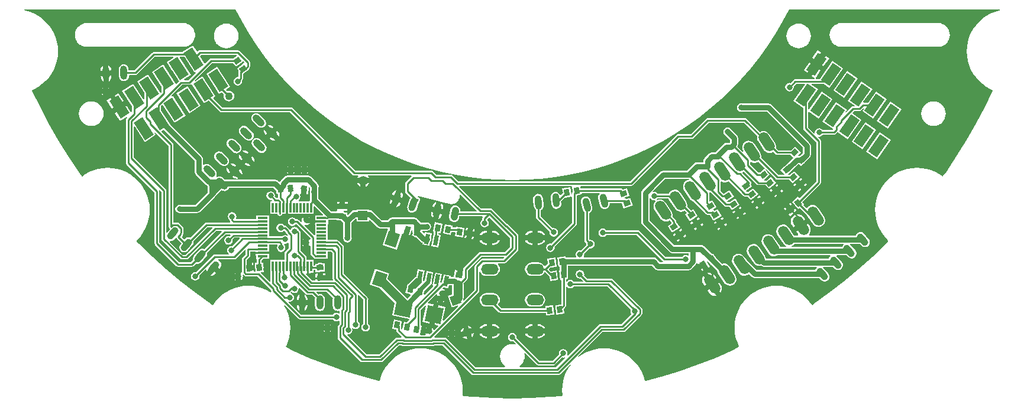
<source format=gtl>
%FSLAX25Y25*%
%MOIN*%
G70*
G01*
G75*
G04 Layer_Physical_Order=1*
G04 Layer_Color=255*
G04:AMPARAMS|DCode=10|XSize=37.4mil|YSize=29.53mil|CornerRadius=0mil|HoleSize=0mil|Usage=FLASHONLY|Rotation=93.284|XOffset=0mil|YOffset=0mil|HoleType=Round|Shape=Rectangle|*
%AMROTATEDRECTD10*
4,1,4,0.01581,-0.01782,-0.01367,-0.01952,-0.01581,0.01782,0.01367,0.01952,0.01581,-0.01782,0.0*
%
%ADD10ROTATEDRECTD10*%

G04:AMPARAMS|DCode=11|XSize=59.06mil|YSize=118.11mil|CornerRadius=0mil|HoleSize=0mil|Usage=FLASHONLY|Rotation=325.000|XOffset=0mil|YOffset=0mil|HoleType=Round|Shape=Rectangle|*
%AMROTATEDRECTD11*
4,1,4,-0.05806,-0.03144,0.00969,0.06531,0.05806,0.03144,-0.00969,-0.06531,-0.05806,-0.03144,0.0*
%
%ADD11ROTATEDRECTD11*%

G04:AMPARAMS|DCode=12|XSize=37.4mil|YSize=29.53mil|CornerRadius=0mil|HoleSize=0mil|Usage=FLASHONLY|Rotation=214.500|XOffset=0mil|YOffset=0mil|HoleType=Round|Shape=Rectangle|*
%AMROTATEDRECTD12*
4,1,4,0.00705,0.02276,0.02377,-0.00158,-0.00705,-0.02276,-0.02377,0.00158,0.00705,0.02276,0.0*
%
%ADD12ROTATEDRECTD12*%

G04:AMPARAMS|DCode=13|XSize=37.4mil|YSize=29.53mil|CornerRadius=0mil|HoleSize=0mil|Usage=FLASHONLY|Rotation=212.500|XOffset=0mil|YOffset=0mil|HoleType=Round|Shape=Rectangle|*
%AMROTATEDRECTD13*
4,1,4,0.00784,0.02250,0.02371,-0.00240,-0.00784,-0.02250,-0.02371,0.00240,0.00784,0.02250,0.0*
%
%ADD13ROTATEDRECTD13*%

G04:AMPARAMS|DCode=14|XSize=37.4mil|YSize=29.53mil|CornerRadius=0mil|HoleSize=0mil|Usage=FLASHONLY|Rotation=120.243|XOffset=0mil|YOffset=0mil|HoleType=Round|Shape=Rectangle|*
%AMROTATEDRECTD14*
4,1,4,0.02217,-0.00872,-0.00334,-0.02359,-0.02217,0.00872,0.00334,0.02359,0.02217,-0.00872,0.0*
%
%ADD14ROTATEDRECTD14*%

G04:AMPARAMS|DCode=15|XSize=37.4mil|YSize=29.53mil|CornerRadius=0mil|HoleSize=0mil|Usage=FLASHONLY|Rotation=210.500|XOffset=0mil|YOffset=0mil|HoleType=Round|Shape=Rectangle|*
%AMROTATEDRECTD15*
4,1,4,0.00862,0.02221,0.02361,-0.00323,-0.00862,-0.02221,-0.02361,0.00323,0.00862,0.02221,0.0*
%
%ADD15ROTATEDRECTD15*%

G04:AMPARAMS|DCode=16|XSize=37.4mil|YSize=29.53mil|CornerRadius=0mil|HoleSize=0mil|Usage=FLASHONLY|Rotation=213.500|XOffset=0mil|YOffset=0mil|HoleType=Round|Shape=Rectangle|*
%AMROTATEDRECTD16*
4,1,4,0.00745,0.02263,0.02374,-0.00199,-0.00745,-0.02263,-0.02374,0.00199,0.00745,0.02263,0.0*
%
%ADD16ROTATEDRECTD16*%

G04:AMPARAMS|DCode=17|XSize=37.4mil|YSize=29.53mil|CornerRadius=0mil|HoleSize=0mil|Usage=FLASHONLY|Rotation=130.000|XOffset=0mil|YOffset=0mil|HoleType=Round|Shape=Rectangle|*
%AMROTATEDRECTD17*
4,1,4,0.02333,-0.00484,0.00071,-0.02382,-0.02333,0.00484,-0.00071,0.02382,0.02333,-0.00484,0.0*
%
%ADD17ROTATEDRECTD17*%

G04:AMPARAMS|DCode=18|XSize=37.4mil|YSize=29.53mil|CornerRadius=0mil|HoleSize=0mil|Usage=FLASHONLY|Rotation=216.500|XOffset=0mil|YOffset=0mil|HoleType=Round|Shape=Rectangle|*
%AMROTATEDRECTD18*
4,1,4,0.00625,0.02299,0.02382,-0.00074,-0.00625,-0.02299,-0.02382,0.00074,0.00625,0.02299,0.0*
%
%ADD18ROTATEDRECTD18*%

G04:AMPARAMS|DCode=19|XSize=37.4mil|YSize=29.53mil|CornerRadius=0mil|HoleSize=0mil|Usage=FLASHONLY|Rotation=219.500|XOffset=0mil|YOffset=0mil|HoleType=Round|Shape=Rectangle|*
%AMROTATEDRECTD19*
4,1,4,0.00504,0.02329,0.02382,0.00050,-0.00504,-0.02329,-0.02382,-0.00050,0.00504,0.02329,0.0*
%
%ADD19ROTATEDRECTD19*%

G04:AMPARAMS|DCode=20|XSize=37.4mil|YSize=29.53mil|CornerRadius=0mil|HoleSize=0mil|Usage=FLASHONLY|Rotation=222.500|XOffset=0mil|YOffset=0mil|HoleType=Round|Shape=Rectangle|*
%AMROTATEDRECTD20*
4,1,4,0.00381,0.02352,0.02376,0.00175,-0.00381,-0.02352,-0.02376,-0.00175,0.00381,0.02352,0.0*
%
%ADD20ROTATEDRECTD20*%

G04:AMPARAMS|DCode=21|XSize=37.4mil|YSize=29.53mil|CornerRadius=0mil|HoleSize=0mil|Usage=FLASHONLY|Rotation=45.000|XOffset=0mil|YOffset=0mil|HoleType=Round|Shape=Rectangle|*
%AMROTATEDRECTD21*
4,1,4,-0.00278,-0.02366,-0.02366,-0.00278,0.00278,0.02366,0.02366,0.00278,-0.00278,-0.02366,0.0*
%
%ADD21ROTATEDRECTD21*%

G04:AMPARAMS|DCode=22|XSize=37.4mil|YSize=29.53mil|CornerRadius=0mil|HoleSize=0mil|Usage=FLASHONLY|Rotation=259.000|XOffset=0mil|YOffset=0mil|HoleType=Round|Shape=Rectangle|*
%AMROTATEDRECTD22*
4,1,4,-0.01092,0.02117,0.01806,0.01554,0.01092,-0.02117,-0.01806,-0.01554,-0.01092,0.02117,0.0*
%
%ADD22ROTATEDRECTD22*%

G04:AMPARAMS|DCode=23|XSize=37.4mil|YSize=29.53mil|CornerRadius=0mil|HoleSize=0mil|Usage=FLASHONLY|Rotation=262.500|XOffset=0mil|YOffset=0mil|HoleType=Round|Shape=Rectangle|*
%AMROTATEDRECTD23*
4,1,4,-0.01220,0.02047,0.01708,0.01661,0.01220,-0.02047,-0.01708,-0.01661,-0.01220,0.02047,0.0*
%
%ADD23ROTATEDRECTD23*%

G04:AMPARAMS|DCode=24|XSize=37.4mil|YSize=29.53mil|CornerRadius=0mil|HoleSize=0mil|Usage=FLASHONLY|Rotation=358.956|XOffset=0mil|YOffset=0mil|HoleType=Round|Shape=Rectangle|*
%AMROTATEDRECTD24*
4,1,4,-0.01897,-0.01442,-0.01843,0.01510,0.01897,0.01442,0.01843,-0.01510,-0.01897,-0.01442,0.0*
%
%ADD24ROTATEDRECTD24*%

G04:AMPARAMS|DCode=25|XSize=37.4mil|YSize=29.53mil|CornerRadius=0mil|HoleSize=0mil|Usage=FLASHONLY|Rotation=199.000|XOffset=0mil|YOffset=0mil|HoleType=Round|Shape=Rectangle|*
%AMROTATEDRECTD25*
4,1,4,0.01288,0.02005,0.02249,-0.00787,-0.01288,-0.02005,-0.02249,0.00787,0.01288,0.02005,0.0*
%
%ADD25ROTATEDRECTD25*%

G04:AMPARAMS|DCode=26|XSize=37.4mil|YSize=29.53mil|CornerRadius=0mil|HoleSize=0mil|Usage=FLASHONLY|Rotation=182.681|XOffset=0mil|YOffset=0mil|HoleType=Round|Shape=Rectangle|*
%AMROTATEDRECTD26*
4,1,4,0.01799,0.01562,0.01937,-0.01387,-0.01799,-0.01562,-0.01937,0.01387,0.01799,0.01562,0.0*
%
%ADD26ROTATEDRECTD26*%

G04:AMPARAMS|DCode=27|XSize=37.4mil|YSize=29.53mil|CornerRadius=0mil|HoleSize=0mil|Usage=FLASHONLY|Rotation=95.500|XOffset=0mil|YOffset=0mil|HoleType=Round|Shape=Rectangle|*
%AMROTATEDRECTD27*
4,1,4,0.01649,-0.01720,-0.01290,-0.02003,-0.01649,0.01720,0.01290,0.02003,0.01649,-0.01720,0.0*
%
%ADD27ROTATEDRECTD27*%

G04:AMPARAMS|DCode=28|XSize=37.4mil|YSize=29.53mil|CornerRadius=0mil|HoleSize=0mil|Usage=FLASHONLY|Rotation=77.000|XOffset=0mil|YOffset=0mil|HoleType=Round|Shape=Rectangle|*
%AMROTATEDRECTD28*
4,1,4,0.01018,-0.02154,-0.01859,-0.01490,-0.01018,0.02154,0.01859,0.01490,0.01018,-0.02154,0.0*
%
%ADD28ROTATEDRECTD28*%

%ADD29R,0.05709X0.01181*%
%ADD30R,0.01181X0.05709*%
G04:AMPARAMS|DCode=31|XSize=37.4mil|YSize=29.53mil|CornerRadius=0mil|HoleSize=0mil|Usage=FLASHONLY|Rotation=96.500|XOffset=0mil|YOffset=0mil|HoleType=Round|Shape=Rectangle|*
%AMROTATEDRECTD31*
4,1,4,0.01679,-0.01691,-0.01255,-0.02025,-0.01679,0.01691,0.01255,0.02025,0.01679,-0.01691,0.0*
%
%ADD31ROTATEDRECTD31*%

G04:AMPARAMS|DCode=32|XSize=37.4mil|YSize=29.53mil|CornerRadius=0mil|HoleSize=0mil|Usage=FLASHONLY|Rotation=272.280|XOffset=0mil|YOffset=0mil|HoleType=Round|Shape=Rectangle|*
%AMROTATEDRECTD32*
4,1,4,-0.01550,0.01810,0.01401,0.01927,0.01550,-0.01810,-0.01401,-0.01927,-0.01550,0.01810,0.0*
%
%ADD32ROTATEDRECTD32*%

G04:AMPARAMS|DCode=33|XSize=37.4mil|YSize=29.53mil|CornerRadius=0mil|HoleSize=0mil|Usage=FLASHONLY|Rotation=84.948|XOffset=0mil|YOffset=0mil|HoleType=Round|Shape=Rectangle|*
%AMROTATEDRECTD33*
4,1,4,0.01306,-0.01993,-0.01635,-0.01733,-0.01306,0.01993,0.01635,0.01733,0.01306,-0.01993,0.0*
%
%ADD33ROTATEDRECTD33*%

G04:AMPARAMS|DCode=34|XSize=66.93mil|YSize=78.74mil|CornerRadius=0mil|HoleSize=0mil|Usage=FLASHONLY|Rotation=162.000|XOffset=0mil|YOffset=0mil|HoleType=Round|Shape=Rectangle|*
%AMROTATEDRECTD34*
4,1,4,0.04399,0.02710,0.01966,-0.04778,-0.04399,-0.02710,-0.01966,0.04778,0.04399,0.02710,0.0*
%
%ADD34ROTATEDRECTD34*%

G04:AMPARAMS|DCode=35|XSize=37.4mil|YSize=29.53mil|CornerRadius=0mil|HoleSize=0mil|Usage=FLASHONLY|Rotation=77.000|XOffset=0mil|YOffset=0mil|HoleType=Round|Shape=Rectangle|*
%AMROTATEDRECTD35*
4,1,4,0.01018,-0.02154,-0.01859,-0.01490,-0.01018,0.02154,0.01859,0.01490,0.01018,-0.02154,0.0*
%
%ADD35ROTATEDRECTD35*%

G04:AMPARAMS|DCode=36|XSize=37.4mil|YSize=29.53mil|CornerRadius=0mil|HoleSize=0mil|Usage=FLASHONLY|Rotation=352.500|XOffset=0mil|YOffset=0mil|HoleType=Round|Shape=Rectangle|*
%AMROTATEDRECTD36*
4,1,4,-0.02047,-0.01220,-0.01661,0.01708,0.02047,0.01220,0.01661,-0.01708,-0.02047,-0.01220,0.0*
%
%ADD36ROTATEDRECTD36*%

%ADD37P,0.12806X4X213.0*%
G04:AMPARAMS|DCode=38|XSize=37.4mil|YSize=29.53mil|CornerRadius=0mil|HoleSize=0mil|Usage=FLASHONLY|Rotation=96.500|XOffset=0mil|YOffset=0mil|HoleType=Round|Shape=Rectangle|*
%AMROTATEDRECTD38*
4,1,4,0.01679,-0.01691,-0.01255,-0.02025,-0.01679,0.01691,0.01255,0.02025,0.01679,-0.01691,0.0*
%
%ADD38ROTATEDRECTD38*%

G04:AMPARAMS|DCode=39|XSize=37.4mil|YSize=29.53mil|CornerRadius=0mil|HoleSize=0mil|Usage=FLASHONLY|Rotation=74.487|XOffset=0mil|YOffset=0mil|HoleType=Round|Shape=Rectangle|*
%AMROTATEDRECTD39*
4,1,4,0.00922,-0.02197,-0.01923,-0.01407,-0.00922,0.02197,0.01923,0.01407,0.00922,-0.02197,0.0*
%
%ADD39ROTATEDRECTD39*%

G04:AMPARAMS|DCode=40|XSize=59.06mil|YSize=118.11mil|CornerRadius=0mil|HoleSize=0mil|Usage=FLASHONLY|Rotation=33.000|XOffset=0mil|YOffset=0mil|HoleType=Round|Shape=Rectangle|*
%AMROTATEDRECTD40*
4,1,4,0.00740,-0.06561,-0.05693,0.03345,-0.00740,0.06561,0.05693,-0.03345,0.00740,-0.06561,0.0*
%
%ADD40ROTATEDRECTD40*%

G04:AMPARAMS|DCode=41|XSize=37.4mil|YSize=29.53mil|CornerRadius=0mil|HoleSize=0mil|Usage=FLASHONLY|Rotation=215.500|XOffset=0mil|YOffset=0mil|HoleType=Round|Shape=Rectangle|*
%AMROTATEDRECTD41*
4,1,4,0.00665,0.02288,0.02380,-0.00116,-0.00665,-0.02288,-0.02380,0.00116,0.00665,0.02288,0.0*
%
%ADD41ROTATEDRECTD41*%

G04:AMPARAMS|DCode=42|XSize=23.62mil|YSize=57.09mil|CornerRadius=0mil|HoleSize=0mil|Usage=FLASHONLY|Rotation=349.000|XOffset=0mil|YOffset=0mil|HoleType=Round|Shape=Rectangle|*
%AMROTATEDRECTD42*
4,1,4,-0.01704,-0.02577,-0.00615,0.03027,0.01704,0.02577,0.00615,-0.03027,-0.01704,-0.02577,0.0*
%
%ADD42ROTATEDRECTD42*%

G04:AMPARAMS|DCode=43|XSize=108.27mil|YSize=122.05mil|CornerRadius=0mil|HoleSize=0mil|Usage=FLASHONLY|Rotation=259.000|XOffset=0mil|YOffset=0mil|HoleType=Round|Shape=Rectangle|*
%AMROTATEDRECTD43*
4,1,4,-0.04957,0.06478,0.07023,0.04150,0.04957,-0.06478,-0.07023,-0.04150,-0.04957,0.06478,0.0*
%
%ADD43ROTATEDRECTD43*%

G04:AMPARAMS|DCode=44|XSize=37.4mil|YSize=29.53mil|CornerRadius=0mil|HoleSize=0mil|Usage=FLASHONLY|Rotation=100.500|XOffset=0mil|YOffset=0mil|HoleType=Round|Shape=Rectangle|*
%AMROTATEDRECTD44*
4,1,4,0.01792,-0.01570,-0.01111,-0.02108,-0.01792,0.01570,0.01111,0.02108,0.01792,-0.01570,0.0*
%
%ADD44ROTATEDRECTD44*%

%ADD45C,0.03000*%
%ADD46C,0.01000*%
%ADD47C,0.05000*%
%ADD48P,0.07517X4X134.5*%
%ADD49C,0.05315*%
G04:AMPARAMS|DCode=50|XSize=39.37mil|YSize=78.74mil|CornerRadius=0mil|HoleSize=0mil|Usage=FLASHONLY|Rotation=320.000|XOffset=0mil|YOffset=0mil|HoleType=Round|Shape=Round|*
%AMOVALD50*
21,1,0.03937,0.03937,0.00000,0.00000,50.0*
1,1,0.03937,-0.01265,-0.01508*
1,1,0.03937,0.01265,0.01508*
%
%ADD50OVALD50*%

G04:AMPARAMS|DCode=51|XSize=39.37mil|YSize=78.74mil|CornerRadius=0mil|HoleSize=0mil|Usage=FLASHONLY|Rotation=46.000|XOffset=0mil|YOffset=0mil|HoleType=Round|Shape=Round|*
%AMOVALD51*
21,1,0.03937,0.03937,0.00000,0.00000,136.0*
1,1,0.03937,0.01416,-0.01367*
1,1,0.03937,-0.01416,0.01367*
%
%ADD51OVALD51*%

G04:AMPARAMS|DCode=52|XSize=39.37mil|YSize=78.74mil|CornerRadius=0mil|HoleSize=0mil|Usage=FLASHONLY|Rotation=40.500|XOffset=0mil|YOffset=0mil|HoleType=Round|Shape=Round|*
%AMOVALD52*
21,1,0.03937,0.03937,0.00000,0.00000,130.5*
1,1,0.03937,0.01278,-0.01497*
1,1,0.03937,-0.01278,0.01497*
%
%ADD52OVALD52*%

G04:AMPARAMS|DCode=53|XSize=39.37mil|YSize=78.74mil|CornerRadius=0mil|HoleSize=0mil|Usage=FLASHONLY|Rotation=342.000|XOffset=0mil|YOffset=0mil|HoleType=Round|Shape=Round|*
%AMOVALD53*
21,1,0.03937,0.03937,0.00000,0.00000,72.0*
1,1,0.03937,-0.00608,-0.01872*
1,1,0.03937,0.00608,0.01872*
%
%ADD53OVALD53*%

G04:AMPARAMS|DCode=54|XSize=39.37mil|YSize=78.74mil|CornerRadius=0mil|HoleSize=0mil|Usage=FLASHONLY|Rotation=14.000|XOffset=0mil|YOffset=0mil|HoleType=Round|Shape=Round|*
%AMOVALD54*
21,1,0.03937,0.03937,0.00000,0.00000,104.0*
1,1,0.03937,0.00476,-0.01910*
1,1,0.03937,-0.00476,0.01910*
%
%ADD54OVALD54*%

G04:AMPARAMS|DCode=55|XSize=39.37mil|YSize=78.74mil|CornerRadius=0mil|HoleSize=0mil|Usage=FLASHONLY|Rotation=6.000|XOffset=0mil|YOffset=0mil|HoleType=Round|Shape=Round|*
%AMOVALD55*
21,1,0.03937,0.03937,0.00000,0.00000,96.0*
1,1,0.03937,0.00206,-0.01958*
1,1,0.03937,-0.00206,0.01958*
%
%ADD55OVALD55*%

%ADD56O,0.09843X0.05906*%
%ADD57O,0.03937X0.07874*%
%ADD58P,0.07517X4X335.0*%
G04:AMPARAMS|DCode=59|XSize=39.37mil|YSize=78.74mil|CornerRadius=0mil|HoleSize=0mil|Usage=FLASHONLY|Rotation=349.000|XOffset=0mil|YOffset=0mil|HoleType=Round|Shape=Round|*
%AMOVALD59*
21,1,0.03937,0.03937,0.00000,0.00000,79.0*
1,1,0.03937,-0.00376,-0.01932*
1,1,0.03937,0.00376,0.01932*
%
%ADD59OVALD59*%

G04:AMPARAMS|DCode=60|XSize=59.06mil|YSize=118.11mil|CornerRadius=0mil|HoleSize=0mil|Usage=FLASHONLY|Rotation=33.500|XOffset=0mil|YOffset=0mil|HoleType=Round|Shape=Round|*
%AMOVALD60*
21,1,0.05906,0.05906,0.00000,0.00000,123.5*
1,1,0.05906,0.01630,-0.02462*
1,1,0.05906,-0.01630,0.02462*
%
%ADD60OVALD60*%

G04:AMPARAMS|DCode=61|XSize=39.37mil|YSize=78.74mil|CornerRadius=0mil|HoleSize=0mil|Usage=FLASHONLY|Rotation=182.000|XOffset=0mil|YOffset=0mil|HoleType=Round|Shape=Round|*
%AMOVALD61*
21,1,0.03937,0.03937,0.00000,0.00000,272.0*
1,1,0.03937,-0.00069,0.01967*
1,1,0.03937,0.00069,-0.01967*
%
%ADD61OVALD61*%

%ADD62C,0.02362*%
%ADD63C,0.03150*%
%ADD64C,0.04331*%
G36*
X529909Y301181D02*
X529230Y300502D01*
X517548D01*
X517045Y300402D01*
X516620Y300117D01*
X513596Y297094D01*
X513312Y296668D01*
X513212Y296166D01*
Y283074D01*
X507131Y276994D01*
X506707Y277277D01*
X506939Y277837D01*
X507052Y278695D01*
Y285828D01*
X506949Y286609D01*
X508957Y288616D01*
X509241Y289042D01*
X509341Y289544D01*
Y294024D01*
X516961Y301643D01*
X529717D01*
X529909Y301181D01*
D02*
G37*
G36*
X408402Y309329D02*
Y306402D01*
X406533Y304532D01*
X406249Y304106D01*
X406148Y303604D01*
Y299843D01*
X404024D01*
Y299843D01*
X402843D01*
Y299843D01*
X400875D01*
Y299843D01*
X398119D01*
Y292560D01*
X398184D01*
Y287748D01*
X397722Y287557D01*
X392685Y292593D01*
X392863Y293061D01*
X394296Y293143D01*
X394183Y295116D01*
X394293Y295666D01*
X394109Y296588D01*
X394098Y296605D01*
X393992Y298449D01*
X393560Y298424D01*
X393197Y298768D01*
Y299660D01*
X394168Y300631D01*
X397331D01*
Y302386D01*
X397544D01*
Y302477D01*
X397331D01*
Y303387D01*
X393689D01*
Y304568D01*
X397331D01*
Y305477D01*
X397544D01*
Y305568D01*
X397331D01*
Y307324D01*
X397331D01*
Y308505D01*
X397331D01*
Y308570D01*
X401964D01*
X402200Y308129D01*
X401980Y307799D01*
X401796Y306877D01*
X401980Y305956D01*
X402502Y305174D01*
X403283Y304652D01*
X404205Y304469D01*
X405126Y304652D01*
X405908Y305174D01*
X406430Y305956D01*
X406613Y306877D01*
X406430Y307799D01*
X405908Y308580D01*
X405871Y308605D01*
X405879Y308715D01*
X406402Y309111D01*
X406500Y309091D01*
X407422Y309275D01*
X407902Y309596D01*
X408402Y309329D01*
D02*
G37*
G36*
X488288Y286976D02*
X482352Y281040D01*
X481625D01*
Y283721D01*
X486184Y288280D01*
X487165Y288687D01*
X488288Y288687D01*
Y286976D01*
D02*
G37*
G36*
X420486Y340787D02*
Y339480D01*
Y338806D01*
X420329Y337033D01*
X420486Y337019D01*
Y333800D01*
X420546Y333498D01*
X420205Y333111D01*
X418591D01*
Y333111D01*
X415835D01*
Y333111D01*
X414272D01*
X414121Y333611D01*
X414430Y333817D01*
X414952Y334598D01*
X415135Y335520D01*
X414952Y336442D01*
X414703Y336815D01*
X414985Y337292D01*
X415299Y337264D01*
Y340316D01*
X418299D01*
Y339880D01*
X418626Y339851D01*
X418373Y336992D01*
X419346Y336906D01*
X419698Y340884D01*
X420155Y341060D01*
X420486Y340787D01*
D02*
G37*
G36*
X327343Y366428D02*
X333616Y370502D01*
X332827Y371717D01*
X333215Y372032D01*
X340889Y364359D01*
Y318745D01*
X340988Y318243D01*
X341273Y317817D01*
X341358Y317760D01*
X341464Y317108D01*
X339910Y315257D01*
X339595Y315318D01*
X339410Y315431D01*
Y338954D01*
X339310Y339456D01*
X339026Y339882D01*
X321167Y357741D01*
Y375058D01*
X321646Y375200D01*
X327343Y366428D01*
D02*
G37*
G36*
X355582Y355865D02*
Y349636D01*
X355760Y348744D01*
X356265Y347987D01*
X361807Y342445D01*
X362385Y342059D01*
X362389Y342040D01*
X362740Y341514D01*
Y338029D01*
X355763Y331052D01*
X347404D01*
X347021Y331128D01*
X346099Y330945D01*
X345318Y330423D01*
X344796Y329642D01*
X344612Y328720D01*
X344796Y327798D01*
X345318Y327017D01*
X346099Y326495D01*
X347021Y326311D01*
X347404Y326388D01*
X356729D01*
X357622Y326565D01*
X358378Y327071D01*
X366721Y335414D01*
X369491Y338183D01*
X370683Y339376D01*
X371010Y339134D01*
X371685Y338868D01*
X372406Y338786D01*
X373124Y338893D01*
X373789Y339182D01*
X374357Y339634D01*
X374789Y340217D01*
X374939Y340600D01*
X399947D01*
X401534Y339014D01*
X401600Y337344D01*
X402083Y337363D01*
X402444Y337016D01*
Y334971D01*
X402405Y334924D01*
X401442D01*
X400620Y335745D01*
X400712Y336206D01*
X400529Y337127D01*
X400007Y337909D01*
X399225Y338431D01*
X398304Y338614D01*
X397382Y338431D01*
X396601Y337909D01*
X396078Y337127D01*
X395895Y336206D01*
X396078Y335284D01*
X396601Y334503D01*
X397382Y333980D01*
X398304Y333797D01*
X398737Y333883D01*
X399055Y333542D01*
X398876Y333111D01*
X398119D01*
Y325828D01*
X400875D01*
Y325828D01*
X402056D01*
Y325827D01*
X402117D01*
X402130Y325760D01*
X402415Y325335D01*
X402596Y325153D01*
X403022Y324869D01*
X403524Y324769D01*
X404026Y324869D01*
X404452Y325153D01*
X404737Y325579D01*
X404786Y325827D01*
X404812D01*
Y325828D01*
X405780D01*
Y325615D01*
X405871D01*
Y325827D01*
X406780D01*
Y329469D01*
X407961D01*
Y325827D01*
X408871D01*
Y325615D01*
X408961D01*
Y325827D01*
X411898D01*
Y325827D01*
X414654D01*
Y325827D01*
X416623D01*
Y325828D01*
X417804D01*
Y325828D01*
X419772D01*
Y325827D01*
X422528D01*
Y330139D01*
X422990Y330330D01*
X427818Y325502D01*
X427627Y325040D01*
X423315D01*
Y323284D01*
X423103D01*
Y323194D01*
X423315D01*
Y322284D01*
X426957D01*
Y321103D01*
X423315D01*
Y320194D01*
X423103D01*
Y320103D01*
X423315D01*
Y318347D01*
X423315D01*
Y316379D01*
X423315D01*
Y315197D01*
X423315D01*
Y314038D01*
X422815Y313830D01*
X417255Y319391D01*
X417538Y319815D01*
X417654Y319767D01*
X418326Y319678D01*
X418998Y319767D01*
X419624Y320026D01*
X420162Y320439D01*
X420420Y320776D01*
X418326D01*
Y322275D01*
X416826D01*
Y324370D01*
X416490Y324112D01*
X416077Y323574D01*
X415817Y322948D01*
X415729Y322275D01*
X415817Y321603D01*
X415865Y321488D01*
X415441Y321205D01*
X414175Y322471D01*
X413749Y322756D01*
X413247Y322855D01*
X412413D01*
X412152Y323246D01*
X411371Y323768D01*
X410449Y323951D01*
X409527Y323768D01*
X408746Y323246D01*
X408224Y322465D01*
X408041Y321543D01*
X408224Y320621D01*
X408746Y319840D01*
X409527Y319318D01*
X410449Y319134D01*
X411371Y319318D01*
X412152Y319840D01*
X412283Y320036D01*
X412854Y320079D01*
X420774Y312160D01*
Y311623D01*
X420273Y311453D01*
X420211Y311534D01*
X419875Y311792D01*
Y309698D01*
Y307604D01*
X420211Y307862D01*
X420273Y307943D01*
X420774Y307773D01*
Y303539D01*
X420873Y303037D01*
X421158Y302611D01*
X422689Y301080D01*
X423114Y300796D01*
X423315Y300756D01*
Y300631D01*
X430599D01*
Y302599D01*
X430599D01*
Y304568D01*
X430599D01*
Y304633D01*
X432336D01*
X433253Y303716D01*
Y289406D01*
X433353Y288904D01*
X433451Y288758D01*
X433183Y288258D01*
X429375D01*
X429367Y288431D01*
X426500Y288296D01*
X426430Y289795D01*
X424931Y289725D01*
X424815Y292198D01*
X423447Y292134D01*
X423611Y288619D01*
X423266Y288258D01*
X421748D01*
X418120Y291885D01*
X418312Y292347D01*
X420772D01*
Y292560D01*
X422528D01*
Y294184D01*
X423564D01*
X423614Y293111D01*
X428923Y293360D01*
X428711Y297883D01*
X427518Y297827D01*
X426922Y298225D01*
X426000Y298409D01*
X425078Y298225D01*
X424297Y297703D01*
X424278Y297675D01*
X423402Y297634D01*
X423424Y297171D01*
X423079Y296810D01*
X422528D01*
Y299843D01*
X420772D01*
Y300056D01*
X418435D01*
Y301408D01*
X418335Y301910D01*
X418051Y302336D01*
X415150Y305237D01*
Y315392D01*
X415050Y315894D01*
X414765Y316320D01*
X414073Y317013D01*
X414062Y317066D01*
X413540Y317848D01*
X412758Y318370D01*
X411837Y318553D01*
X410915Y318370D01*
X410134Y317848D01*
X409637Y317105D01*
X409277Y317008D01*
X409093Y317020D01*
X408957Y317223D01*
X407279Y318901D01*
X406854Y319185D01*
X406351Y319285D01*
X405951D01*
X405690Y319676D01*
X404909Y320198D01*
X403987Y320381D01*
X403065Y320198D01*
X402284Y319676D01*
X401762Y318894D01*
X401578Y317972D01*
X401762Y317051D01*
X402284Y316269D01*
X403065Y315747D01*
X403987Y315564D01*
X404909Y315747D01*
X405690Y316269D01*
X406152Y316315D01*
X406718Y315750D01*
X406817Y315252D01*
X407101Y314826D01*
X407961Y313966D01*
X407643Y313578D01*
X407422Y313725D01*
X406500Y313909D01*
X405578Y313725D01*
X404830Y313225D01*
X397331D01*
Y314410D01*
X397331D01*
Y317166D01*
X397331D01*
Y319135D01*
X397331D01*
Y320316D01*
X397331D01*
Y323072D01*
X397331D01*
Y325040D01*
X390048D01*
Y323006D01*
X378962D01*
X378727Y323447D01*
X378801Y323558D01*
X378984Y324480D01*
X378801Y325401D01*
X378279Y326183D01*
X377497Y326705D01*
X376576Y326888D01*
X375654Y326705D01*
X374872Y326183D01*
X374350Y325401D01*
X374167Y324480D01*
X374350Y323558D01*
X374872Y322777D01*
X375263Y322516D01*
Y322421D01*
X375363Y321919D01*
X375618Y321538D01*
X375550Y321258D01*
X375459Y321038D01*
X362154D01*
X361652Y320938D01*
X361226Y320653D01*
X353128Y312555D01*
X352640Y312709D01*
X351915Y312740D01*
X351207Y312583D01*
X350563Y312248D01*
X350028Y311758D01*
X350004Y311729D01*
X349504Y311707D01*
X348397Y312815D01*
Y313315D01*
X348472Y313390D01*
X348757Y313816D01*
X348856Y314319D01*
Y314367D01*
X349119Y314761D01*
X349219Y315263D01*
Y317811D01*
X349119Y318314D01*
X348835Y318740D01*
X346837Y320737D01*
X346412Y321022D01*
X345909Y321122D01*
X343514D01*
Y364903D01*
X343414Y365405D01*
X343129Y365831D01*
X336833Y372127D01*
X336885Y372625D01*
X338060Y373387D01*
X355582Y355865D01*
D02*
G37*
G36*
X353855Y399046D02*
X360889Y388213D01*
X363444Y389872D01*
X369608Y383708D01*
X370034Y383424D01*
X370536Y383324D01*
X409278D01*
X444523Y348078D01*
X444949Y347793D01*
X445452Y347693D01*
X447557D01*
X447747Y347193D01*
X447261Y346571D01*
X447115Y346228D01*
X450452Y346199D01*
X453790Y346170D01*
X453650Y346516D01*
X453139Y347193D01*
X453287Y347693D01*
X477446D01*
X477553Y347537D01*
X477638Y347193D01*
X474522Y344077D01*
X474237Y343651D01*
X474137Y343148D01*
Y338616D01*
X474237Y338114D01*
X474522Y337688D01*
X477168Y335042D01*
X476897Y334725D01*
X476585Y334070D01*
X475368Y330325D01*
X475236Y329612D01*
X475293Y328888D01*
X475535Y328204D01*
X475946Y327606D01*
X476498Y327135D01*
X477153Y326823D01*
X477866Y326691D01*
X478590Y326747D01*
X479274Y326990D01*
X479872Y327401D01*
X480343Y327952D01*
X480655Y328607D01*
X481872Y332352D01*
X481959Y332821D01*
X482215Y333078D01*
X482500Y333504D01*
X482600Y334006D01*
X482500Y334508D01*
X482215Y334934D01*
X481790Y335219D01*
X481287Y335319D01*
X481179D01*
X481072Y335453D01*
X481356Y335898D01*
X491980Y333314D01*
X491980Y333314D01*
X494318Y332745D01*
X494318Y332745D01*
X498812Y331652D01*
X498819Y331650D01*
X498923Y331602D01*
X498966Y331600D01*
X499008Y331586D01*
X499943Y331463D01*
X500048Y331469D01*
X500153Y331463D01*
X501181Y331598D01*
X501280Y331632D01*
X501383Y331652D01*
X502341Y332049D01*
X502428Y332107D01*
X502523Y332154D01*
X503345Y332785D01*
X503414Y332864D01*
X503493Y332933D01*
X504124Y333755D01*
X504171Y333850D01*
X504229Y333937D01*
X504626Y334895D01*
X504646Y334998D01*
X504680Y335097D01*
X504815Y336125D01*
X504808Y336230D01*
X504815Y336334D01*
X504769Y336682D01*
X505243Y336916D01*
X514453Y327706D01*
X514262Y327244D01*
X505542D01*
X505097Y327744D01*
X505116Y328057D01*
X504971Y328768D01*
X504648Y329418D01*
X504167Y329961D01*
X503562Y330362D01*
X502874Y330592D01*
X502149Y330636D01*
X501438Y330492D01*
X500789Y330168D01*
X500245Y329687D01*
X499845Y329082D01*
X499615Y328394D01*
X498863Y324529D01*
X498819Y323805D01*
X498964Y323094D01*
X499288Y322444D01*
X499768Y321901D01*
X500373Y321500D01*
X501062Y321270D01*
X501786Y321226D01*
X502497Y321370D01*
X503146Y321694D01*
X503690Y322175D01*
X504090Y322780D01*
X504321Y323468D01*
X504544Y324618D01*
X517560D01*
X517802Y324118D01*
X517645Y323884D01*
X517545Y323381D01*
Y322709D01*
X517155Y322448D01*
X516633Y321667D01*
X516449Y320745D01*
X516633Y319823D01*
X517155Y319042D01*
X517936Y318520D01*
X518858Y318336D01*
X519779Y318520D01*
X520561Y319042D01*
X521083Y319823D01*
X521266Y320745D01*
X521083Y321667D01*
X520561Y322448D01*
X520513Y322480D01*
X520454Y323121D01*
X521407Y324075D01*
X533187Y312295D01*
Y307288D01*
X530168Y304268D01*
X516417D01*
X515915Y304169D01*
X515489Y303884D01*
X507100Y295495D01*
X506816Y295070D01*
X506716Y294567D01*
Y294070D01*
X506340Y293741D01*
X506292Y293747D01*
X505969Y291292D01*
X502994Y291684D01*
X503318Y294139D01*
X501959Y294318D01*
X501418Y290202D01*
X499968D01*
X499650Y290588D01*
X499743Y291069D01*
X495879Y291821D01*
X495417Y289444D01*
X494961Y288763D01*
X494784Y287870D01*
X494856Y287508D01*
X494548Y287303D01*
X494370Y287124D01*
X493928Y287359D01*
X494835Y292023D01*
X490971Y292775D01*
X489581Y285625D01*
X489696Y285602D01*
X489842Y285124D01*
X485024Y280306D01*
X484586Y280548D01*
X485064Y282617D01*
X488318Y285870D01*
X488537Y285828D01*
X488601Y286153D01*
X488855Y286408D01*
X489029Y286669D01*
X489090Y286976D01*
Y288674D01*
X489927Y292977D01*
X486062Y293729D01*
X484992Y288224D01*
X484603Y287835D01*
X484141Y288026D01*
Y288726D01*
X484080Y289033D01*
X484070Y289049D01*
X485019Y293931D01*
X481154Y294683D01*
X480403Y290820D01*
X480205Y290396D01*
X479898Y290335D01*
X479638Y290161D01*
X479638Y290161D01*
X475794Y286317D01*
X475432Y286400D01*
X475298Y285821D01*
X475223Y285747D01*
X475049Y285486D01*
X474988Y285179D01*
Y284479D01*
X474236Y281221D01*
X476896Y280607D01*
X477034Y280127D01*
X475055Y278147D01*
X464014Y289188D01*
X465022Y292291D01*
X457159Y294846D01*
X454239Y285859D01*
X459757Y284067D01*
X468177Y275646D01*
X466702Y268706D01*
X476285Y266670D01*
X476427Y266190D01*
X474933Y264696D01*
X473431Y265043D01*
X472475Y260904D01*
X471918Y260714D01*
X471715Y260879D01*
Y262671D01*
X471695Y262774D01*
X472280Y265309D01*
X467868Y266327D01*
X466673Y261149D01*
X469090Y260591D01*
Y260117D01*
X469190Y259614D01*
X469474Y259189D01*
X472066Y256597D01*
X471874Y256135D01*
X469311D01*
X468808Y256035D01*
X468382Y255751D01*
X459306Y246675D01*
X452300D01*
X441571Y257404D01*
X441818Y257864D01*
X442020Y257824D01*
X442942Y258008D01*
X443723Y258530D01*
X444245Y259311D01*
X444428Y260233D01*
X444245Y261154D01*
X444216Y261198D01*
X444576Y261558D01*
X445207Y261137D01*
X446128Y260954D01*
X447050Y261137D01*
X447831Y261659D01*
X448353Y262441D01*
X448537Y263362D01*
X448353Y264284D01*
X447831Y265065D01*
X447441Y265326D01*
Y279834D01*
X447941Y280041D01*
X450459Y277523D01*
Y263924D01*
X450068Y263663D01*
X449546Y262882D01*
X449363Y261960D01*
X449546Y261039D01*
X450068Y260257D01*
X450850Y259735D01*
X451771Y259552D01*
X452693Y259735D01*
X453474Y260257D01*
X453997Y261039D01*
X454180Y261960D01*
X453997Y262882D01*
X453474Y263663D01*
X453084Y263924D01*
Y277143D01*
X453213Y277336D01*
X453313Y277838D01*
X453229Y278257D01*
X453213Y278341D01*
X452928Y278766D01*
X439453Y292242D01*
Y307413D01*
X439353Y307915D01*
X439069Y308341D01*
X436599Y310811D01*
X436173Y311095D01*
X435671Y311195D01*
X430599D01*
Y311261D01*
X430599D01*
Y312442D01*
Y314410D01*
X430599D01*
Y317166D01*
X430599D01*
Y319135D01*
X430599D01*
Y320103D01*
X430812D01*
Y322503D01*
X431222Y322839D01*
X431503Y322783D01*
X435593D01*
X435943Y322426D01*
X435940Y322267D01*
X437913Y322231D01*
X439227Y320917D01*
Y312552D01*
X439151Y312169D01*
X439334Y311247D01*
X439856Y310466D01*
X440638Y309944D01*
X441559Y309760D01*
X442481Y309944D01*
X443262Y310466D01*
X443784Y311247D01*
X443968Y312169D01*
X443891Y312552D01*
Y320917D01*
X446158Y323184D01*
X446730Y323147D01*
X446805Y323071D01*
X446793Y321600D01*
X453682Y321540D01*
X453689Y322368D01*
X454152Y322558D01*
X458323Y318387D01*
X459080Y317881D01*
X459972Y317704D01*
X464186D01*
X464423Y317203D01*
X461539Y308325D01*
X469402Y305770D01*
X472074Y313996D01*
X472217Y314435D01*
X472322Y314757D01*
X472787Y314726D01*
X473117Y314635D01*
X473885Y317400D01*
X476775Y316598D01*
X476008Y313832D01*
X476949Y313571D01*
X477784Y316583D01*
X478280Y316515D01*
Y315691D01*
X478377Y315200D01*
Y315098D01*
X477939Y313517D01*
X479068Y313204D01*
X479817Y312703D01*
X480422Y312583D01*
X482859Y310145D01*
X483616Y309640D01*
X484045Y309555D01*
X483859Y308595D01*
X487723Y307844D01*
X488185Y310221D01*
X488640Y310902D01*
X488818Y311795D01*
X488653Y312626D01*
X489113Y314994D01*
X485248Y315745D01*
X485123Y315102D01*
X484645Y314956D01*
X483685Y315916D01*
X483892Y316416D01*
X485920D01*
X486304Y316340D01*
X487225Y316523D01*
X488007Y317045D01*
X488529Y317826D01*
X488712Y318748D01*
X488529Y319670D01*
X488007Y320451D01*
X487225Y320973D01*
X486304Y321157D01*
X485920Y321080D01*
X482977D01*
X482261Y321796D01*
X480863Y323195D01*
X480106Y323700D01*
X479213Y323878D01*
X466647D01*
X465754Y323700D01*
X464997Y323195D01*
X464171Y322368D01*
X460938D01*
X455899Y327408D01*
X455142Y327913D01*
X454250Y328091D01*
X454078D01*
X453742Y328430D01*
Y328430D01*
X446853Y328490D01*
X446849Y328091D01*
X445434D01*
X444542Y327913D01*
X443785Y327408D01*
X441814Y325436D01*
X441318Y325647D01*
X441337Y326697D01*
X440020Y326721D01*
X439976Y326764D01*
X439321Y327203D01*
X439422Y327701D01*
X441567Y327662D01*
X441585Y328638D01*
X438715Y328690D01*
X435846Y328743D01*
X435831Y327947D01*
X435828Y327766D01*
X435539Y327518D01*
X435457Y327448D01*
X432469D01*
X425150Y334766D01*
Y339480D01*
Y340155D01*
X425307Y341928D01*
X425118Y341945D01*
X424973Y342673D01*
X424467Y343430D01*
X421027Y346870D01*
X420271Y347376D01*
X419378Y347553D01*
X407771D01*
X406878Y347376D01*
X406122Y346870D01*
X403974Y344723D01*
X403635Y344215D01*
X403028Y344116D01*
X402562Y344581D01*
X401806Y345087D01*
X400913Y345265D01*
X372528D01*
X371456Y346299D01*
X370873Y346731D01*
X370198Y346997D01*
X369477Y347079D01*
X368759Y346972D01*
X368094Y346682D01*
X367895Y346728D01*
X367781Y346894D01*
X367648Y347297D01*
X367861Y347839D01*
X367943Y348560D01*
X367836Y349278D01*
X367547Y349943D01*
X367095Y350511D01*
X364263Y353246D01*
X363680Y353678D01*
X363004Y353943D01*
X362283Y354026D01*
X361566Y353918D01*
X360900Y353629D01*
X360746Y353507D01*
X360246Y353748D01*
Y356831D01*
X360069Y357724D01*
X359563Y358480D01*
X341832Y376212D01*
X336534Y384370D01*
Y386879D01*
X337087Y387432D01*
X337584Y387379D01*
X344116Y377321D01*
X350390Y381395D01*
X343099Y392621D01*
X342700Y392362D01*
X342386Y392751D01*
X348473Y398838D01*
X352489D01*
X352991Y398938D01*
X353227Y399095D01*
X353855Y399046D01*
D02*
G37*
G36*
X418055Y280655D02*
X418480Y280370D01*
X418983Y280270D01*
X421644D01*
X423348Y278567D01*
X423342Y278552D01*
X423247Y277833D01*
Y273896D01*
X423342Y273176D01*
X423619Y272506D01*
X424061Y271930D01*
X424637Y271489D01*
X425307Y271211D01*
X426026Y271116D01*
X426746Y271211D01*
X427416Y271489D01*
X427992Y271930D01*
X428434Y272506D01*
X428711Y273176D01*
X428806Y273896D01*
Y277833D01*
X428711Y278552D01*
X428434Y279223D01*
X427992Y279798D01*
X427416Y280240D01*
X426746Y280518D01*
X426026Y280613D01*
X425307Y280518D01*
X425167Y280460D01*
X424032Y281596D01*
X424223Y282058D01*
X429681D01*
X433323Y278416D01*
X433247Y277833D01*
Y273896D01*
X433342Y273176D01*
X433619Y272506D01*
X434061Y271930D01*
X434637Y271489D01*
X435307Y271211D01*
X436026Y271116D01*
X436632Y271196D01*
X437132Y270901D01*
Y269929D01*
X436632Y269662D01*
X436236Y269927D01*
X435314Y270110D01*
X434392Y269927D01*
X433611Y269405D01*
X433350Y269014D01*
X421600D01*
X421577Y269019D01*
X415286D01*
X408299Y276006D01*
X408545Y276467D01*
X409174Y276342D01*
X410095Y276525D01*
X410877Y277047D01*
X411399Y277829D01*
X411582Y278750D01*
X411399Y279672D01*
X410877Y280453D01*
X410095Y280976D01*
X409639Y281066D01*
X409474Y281609D01*
X409821Y281956D01*
X410016Y281936D01*
X410797Y281414D01*
X411719Y281231D01*
X412640Y281414D01*
X413422Y281936D01*
X413944Y282718D01*
X414127Y283639D01*
X414069Y283934D01*
X414530Y284180D01*
X418055Y280655D01*
D02*
G37*
G36*
X669353Y355135D02*
X670284Y354814D01*
X671267Y354746D01*
X672233Y354934D01*
X673118Y355365D01*
X673140Y355384D01*
X676785Y351739D01*
X676528Y351288D01*
X673998Y349202D01*
X672968D01*
X668429Y353742D01*
Y355155D01*
X668929Y355421D01*
X669353Y355135D01*
D02*
G37*
G36*
X389835Y302386D02*
X390048D01*
Y300631D01*
X390262D01*
X390580Y300244D01*
X390571Y300203D01*
Y298253D01*
X389472Y298190D01*
X389585Y296216D01*
X389476Y295666D01*
X389659Y294745D01*
X389670Y294727D01*
X389725Y293776D01*
X389382Y293413D01*
X388776D01*
X388752Y293825D01*
X386185D01*
Y293837D01*
X384629Y293747D01*
Y296752D01*
X384685Y296756D01*
Y298436D01*
X384629Y298489D01*
Y299716D01*
X386497Y301584D01*
X386781Y302010D01*
X386881Y302512D01*
Y304633D01*
X389835D01*
Y302386D01*
D02*
G37*
G36*
X365519Y317951D02*
X350383Y302814D01*
X348909D01*
X341582Y310141D01*
X341798Y310632D01*
X342209Y310614D01*
X342917Y310771D01*
X343561Y311106D01*
X344096Y311596D01*
X344667Y312277D01*
X345291Y312243D01*
X345362Y312137D01*
X345362Y312137D01*
X348072Y309427D01*
X347497Y308742D01*
X347108Y308130D01*
X346889Y307438D01*
X346858Y306713D01*
X347015Y306005D01*
X347350Y305361D01*
X347840Y304826D01*
X348452Y304436D01*
X349144Y304218D01*
X349869Y304186D01*
X350577Y304343D01*
X351221Y304678D01*
X351756Y305169D01*
X354287Y308185D01*
X354677Y308797D01*
X354895Y309489D01*
X354926Y310213D01*
X354849Y310564D01*
X362698Y318412D01*
X365327D01*
X365519Y317951D01*
D02*
G37*
G36*
X336785Y338410D02*
Y311769D01*
X336885Y311267D01*
X337170Y310841D01*
X347437Y300574D01*
X347863Y300289D01*
X348365Y300189D01*
X350926D01*
X351429Y300289D01*
X351854Y300574D01*
X367725Y316444D01*
X370452D01*
X370643Y315982D01*
X360788Y306127D01*
X360300Y306281D01*
X359576Y306312D01*
X358867Y306155D01*
X358224Y305820D01*
X357688Y305330D01*
X355158Y302314D01*
X354768Y301702D01*
X354550Y301010D01*
X354518Y300285D01*
X354596Y299935D01*
X353381Y298721D01*
X346725D01*
X335511Y309934D01*
Y338530D01*
X335411Y339033D01*
X335321Y339167D01*
X335709Y339486D01*
X336785Y338410D01*
D02*
G37*
G36*
X483339Y288726D02*
Y287230D01*
X479637Y283528D01*
X476295D01*
X475791Y284032D01*
Y285179D01*
X480205Y289593D01*
X482471D01*
X483339Y288726D01*
D02*
G37*
G36*
X500421Y280370D02*
X498088Y279521D01*
X500444Y273046D01*
X503666Y274219D01*
X503935Y273797D01*
X495727Y265590D01*
X495288Y265828D01*
X496892Y273374D01*
X492952Y274212D01*
X491803Y268805D01*
X490654Y263398D01*
X492518Y263002D01*
X492660Y262523D01*
X490601Y260464D01*
X490036Y260606D01*
X489880Y260983D01*
X489467Y261521D01*
X489131Y261779D01*
Y259685D01*
X487631D01*
Y258185D01*
X485536D01*
X485698Y257974D01*
X485519Y257474D01*
X482702D01*
X482304Y257974D01*
X483405Y262740D01*
X482764Y262889D01*
Y271805D01*
X485306Y274348D01*
X485746Y274110D01*
X483780Y264859D01*
X487719Y264022D01*
X488868Y269429D01*
X490018Y274835D01*
X487047Y275467D01*
X486905Y275946D01*
X491588Y280630D01*
X492114Y280451D01*
X492117Y280441D01*
X492133Y280321D01*
X492184Y280198D01*
X492240Y279996D01*
X492221Y279981D01*
X491962Y279645D01*
X494642D01*
Y282493D01*
X496736D01*
X496478Y282829D01*
X495940Y283242D01*
X495314Y283502D01*
X495184Y283519D01*
X495005Y284047D01*
X495443Y284485D01*
X498353Y283920D01*
X498668Y285538D01*
X500421D01*
Y280370D01*
D02*
G37*
G36*
X672485Y369897D02*
X672419Y369707D01*
X672350Y368725D01*
X672538Y367758D01*
X672970Y366873D01*
X676229Y361948D01*
X676876Y361205D01*
X677692Y360654D01*
X678623Y360334D01*
X679605Y360265D01*
X680572Y360453D01*
X681457Y360885D01*
X681479Y360903D01*
X682811Y359571D01*
X683237Y359286D01*
X683739Y359186D01*
X691056D01*
X692634Y357607D01*
X688701Y353674D01*
X687720Y352775D01*
X687359Y352534D01*
X687204Y352302D01*
X685519Y350758D01*
X687638Y348446D01*
X687436Y347988D01*
X684248D01*
X674668Y357569D01*
X674733Y357759D01*
X674802Y358741D01*
X674614Y359708D01*
X674182Y360593D01*
X670923Y365518D01*
X670277Y366261D01*
X669460Y366812D01*
X668529Y367132D01*
X667547Y367201D01*
X666580Y367013D01*
X665695Y366581D01*
X664952Y365935D01*
X664401Y365119D01*
X664080Y364188D01*
X664011Y363205D01*
X664199Y362239D01*
X664631Y361353D01*
X664248Y361041D01*
X661288Y364000D01*
X661536Y364371D01*
X661714Y365263D01*
Y368769D01*
X661536Y369661D01*
X661030Y370418D01*
X657726Y373723D01*
X657508Y374048D01*
X656727Y374570D01*
X655805Y374753D01*
X654884Y374570D01*
X654102Y374048D01*
X653580Y373267D01*
X653397Y372345D01*
X653580Y371423D01*
X654102Y370642D01*
X654427Y370425D01*
X657049Y367803D01*
Y366229D01*
X656872Y366052D01*
X655272D01*
X654379Y365875D01*
X653623Y365369D01*
X648932Y360679D01*
X648835Y360533D01*
X646933D01*
X646040Y360355D01*
X645284Y359850D01*
X642770Y357336D01*
X642265Y356580D01*
X642087Y355687D01*
Y355014D01*
X638594D01*
X637702Y354836D01*
X636945Y354331D01*
X632938Y350323D01*
X619515D01*
X618622Y350146D01*
X617866Y349640D01*
X607685Y339459D01*
X607179Y338702D01*
X607002Y337810D01*
Y321427D01*
X607179Y320535D01*
X607685Y319778D01*
X622963Y304500D01*
X623719Y303994D01*
X624612Y303817D01*
X633931D01*
Y302530D01*
X633431Y302263D01*
X633006Y302547D01*
X632085Y302730D01*
X631163Y302547D01*
X630381Y302025D01*
X630121Y301634D01*
X620746D01*
X606096Y316284D01*
X605670Y316569D01*
X605167Y316669D01*
X587363D01*
X587102Y317059D01*
X586320Y317581D01*
X585399Y317765D01*
X584477Y317581D01*
X583696Y317059D01*
X583174Y316278D01*
X582990Y315356D01*
X583174Y314435D01*
X583696Y313653D01*
X584477Y313131D01*
X585399Y312948D01*
X586320Y313131D01*
X587102Y313653D01*
X587363Y314044D01*
X604624D01*
X619274Y299393D01*
X619427Y299291D01*
X619275Y298791D01*
X617557D01*
X615653Y300696D01*
X614896Y301202D01*
X614003Y301379D01*
X574888D01*
X574653Y301820D01*
X574829Y302084D01*
X575012Y303006D01*
X574921Y303467D01*
X577997Y306543D01*
X578458Y306451D01*
X579380Y306635D01*
X580161Y307157D01*
X580683Y307938D01*
X580866Y308860D01*
X580683Y309782D01*
X580161Y310563D01*
X579380Y311085D01*
X578458Y311268D01*
X578036Y311185D01*
X577669Y311513D01*
Y326412D01*
X578180Y326614D01*
X578764Y327045D01*
X579215Y327613D01*
X579505Y328279D01*
X579612Y328996D01*
X579530Y329717D01*
X578577Y333537D01*
X578311Y334213D01*
X577880Y334796D01*
X577312Y335248D01*
X576646Y335537D01*
X575929Y335644D01*
X575208Y335562D01*
X574533Y335296D01*
X573949Y334864D01*
X573498Y334297D01*
X573208Y333631D01*
X573101Y332913D01*
X573183Y332192D01*
X574136Y328372D01*
X574402Y327697D01*
X574833Y327114D01*
X575044Y326946D01*
Y310961D01*
X575144Y310459D01*
X575428Y310033D01*
X576141Y309320D01*
X576049Y308860D01*
X576141Y308399D01*
X573064Y305323D01*
X572604Y305414D01*
X571682Y305231D01*
X570901Y304709D01*
X570379Y303928D01*
X570195Y303006D01*
X570379Y302084D01*
X570555Y301820D01*
X570319Y301379D01*
X564503D01*
X564439Y301944D01*
X559940Y301431D01*
X560192Y299219D01*
X560158Y299047D01*
X560284Y298414D01*
X560542Y296150D01*
X560632Y296161D01*
X561005Y295828D01*
Y294024D01*
X560787Y293999D01*
X561005Y292087D01*
Y291615D01*
X561131Y290982D01*
X561389Y288718D01*
X561651Y288748D01*
X562024Y288415D01*
Y274693D01*
X558696Y274372D01*
X559206Y269082D01*
X563713Y269516D01*
X563442Y272325D01*
X564265Y273148D01*
X564550Y273574D01*
X564650Y274077D01*
Y284811D01*
X565150Y284963D01*
X565366Y284640D01*
X566147Y284118D01*
X567069Y283934D01*
X567990Y284118D01*
X568772Y284640D01*
X569033Y285030D01*
X587971D01*
X601230Y271771D01*
X601047Y270853D01*
X601231Y269932D01*
X601567Y269429D01*
X595856Y263718D01*
X583990D01*
X583487Y263618D01*
X583062Y263333D01*
X565830Y246102D01*
X565370Y246297D01*
X565348Y246328D01*
X565526Y247221D01*
X565343Y248143D01*
X564821Y248924D01*
X564039Y249446D01*
X563118Y249629D01*
X562196Y249446D01*
X561415Y248924D01*
X560893Y248143D01*
X560709Y247221D01*
X560801Y246760D01*
X557128Y243088D01*
X549619D01*
X536817Y255890D01*
X536908Y256351D01*
X536725Y257273D01*
X536203Y258054D01*
X535422Y258576D01*
X534500Y258759D01*
X533578Y258576D01*
X532797Y258054D01*
X532275Y257273D01*
X532092Y256351D01*
X532275Y255429D01*
X532797Y254648D01*
X533578Y254126D01*
X534500Y253942D01*
X534961Y254034D01*
X536348Y252646D01*
X536091Y252217D01*
X535929Y252266D01*
X535851Y252274D01*
X535775Y252297D01*
X534579Y252415D01*
X534500Y252407D01*
X534421Y252415D01*
X533225Y252297D01*
X533149Y252274D01*
X533071Y252266D01*
X531920Y251918D01*
X531851Y251880D01*
X531775Y251857D01*
X530715Y251291D01*
X530654Y251240D01*
X530584Y251203D01*
X529655Y250441D01*
X529605Y250379D01*
X529543Y250329D01*
X528781Y249400D01*
X528744Y249330D01*
X528693Y249269D01*
X528127Y248209D01*
X528104Y248133D01*
X528067Y248064D01*
X527718Y246913D01*
X527710Y246835D01*
X527687Y246759D01*
X527569Y245563D01*
X527577Y245484D01*
X527569Y245405D01*
X527687Y244209D01*
X527710Y244133D01*
X527718Y244055D01*
X528067Y242904D01*
X528104Y242835D01*
X528127Y242759D01*
X528693Y241699D01*
X528744Y241638D01*
X528781Y241568D01*
X529543Y240639D01*
X529605Y240589D01*
X529655Y240528D01*
X530447Y239877D01*
X530270Y239377D01*
X513744D01*
X497370Y255751D01*
X496945Y256035D01*
X496442Y256135D01*
X490638D01*
X490447Y256597D01*
X515453Y281603D01*
X515737Y282029D01*
X515837Y282531D01*
Y293070D01*
X516337Y293169D01*
X516469Y292850D01*
X517069Y292069D01*
X517850Y291470D01*
X518760Y291093D01*
X519736Y290964D01*
X523673D01*
X524650Y291093D01*
X525559Y291470D01*
X526341Y292069D01*
X526940Y292850D01*
X527317Y293760D01*
X527446Y294737D01*
X527317Y295713D01*
X526940Y296623D01*
X526362Y297377D01*
X526392Y297554D01*
X526501Y297877D01*
X529773D01*
X530276Y297977D01*
X530701Y298261D01*
X537428Y304988D01*
X537713Y305414D01*
X537813Y305916D01*
Y313667D01*
X537713Y314169D01*
X537428Y314595D01*
X532120Y319903D01*
X531694Y320188D01*
X531495Y320228D01*
X523076Y328646D01*
X522650Y328931D01*
X522148Y329031D01*
X516840D01*
X504602Y341269D01*
X504794Y341731D01*
X567919D01*
X568130Y341286D01*
X568130Y341286D01*
X568130Y341286D01*
X568608Y338708D01*
X568328Y338289D01*
X568228Y337786D01*
Y337022D01*
X567728Y336976D01*
X566969Y341071D01*
X562517Y340246D01*
X562995Y337669D01*
X561916Y336591D01*
X561325Y336707D01*
X561121Y337083D01*
X560621Y337609D01*
X560003Y337988D01*
X559307Y338195D01*
X558581Y338214D01*
X557876Y338044D01*
X557238Y337698D01*
X556712Y337198D01*
X556333Y336580D01*
X556127Y335884D01*
X556108Y335159D01*
X556519Y331243D01*
X556689Y330538D01*
X557035Y329900D01*
X557534Y329374D01*
X558153Y328994D01*
X558849Y328788D01*
X559574Y328769D01*
X560280Y328939D01*
X560918Y329285D01*
X561444Y329784D01*
X561823Y330403D01*
X562029Y331099D01*
X562048Y331824D01*
X561935Y332897D01*
X564189Y335151D01*
X567728Y335806D01*
X568228Y335483D01*
Y321019D01*
X556343Y309134D01*
X555883Y309226D01*
X554961Y309043D01*
X554180Y308521D01*
X553658Y307739D01*
X553474Y306817D01*
X553658Y305896D01*
X554180Y305114D01*
X554961Y304592D01*
X555883Y304409D01*
X556804Y304592D01*
X557586Y305114D01*
X558108Y305896D01*
X558291Y306817D01*
X558200Y307278D01*
X570469Y319547D01*
X570753Y319973D01*
X570853Y320476D01*
Y336386D01*
X573551Y336886D01*
X573457Y337389D01*
X573777Y337773D01*
X583474D01*
X583638Y337322D01*
X583644Y337274D01*
X583201Y336716D01*
X582911Y336050D01*
X582804Y335333D01*
X582886Y334612D01*
X583839Y330792D01*
X584105Y330117D01*
X584536Y329533D01*
X585104Y329081D01*
X585770Y328792D01*
X586487Y328685D01*
X587208Y328767D01*
X587883Y329033D01*
X588467Y329465D01*
X588918Y330032D01*
X589208Y330698D01*
X589315Y331416D01*
X589284Y331688D01*
X589617Y332062D01*
X596230D01*
X597280Y329010D01*
X602306Y330741D01*
X600832Y335022D01*
X598656Y334272D01*
X598626Y334302D01*
X598200Y334587D01*
X597742Y334678D01*
X597731Y334694D01*
X597823Y335235D01*
X600447Y336138D01*
X598973Y340419D01*
X596797Y339670D01*
X596453Y340014D01*
X596027Y340299D01*
X595525Y340399D01*
X572900D01*
X572724Y341346D01*
X573044Y341731D01*
X601307D01*
X601810Y341831D01*
X602236Y342115D01*
X628450Y368330D01*
X635569D01*
X636071Y368429D01*
X636497Y368714D01*
X645124Y377341D01*
X665041D01*
X672485Y369897D01*
D02*
G37*
G36*
X548148Y240847D02*
X548573Y240563D01*
X549076Y240462D01*
X557672D01*
X558174Y240563D01*
X558600Y240847D01*
X562657Y244904D01*
X563118Y244812D01*
X564011Y244990D01*
X564042Y244968D01*
X564237Y244509D01*
X559105Y239377D01*
X538730D01*
X538553Y239877D01*
X539345Y240528D01*
X539395Y240589D01*
X539457Y240639D01*
X540219Y241568D01*
X540256Y241638D01*
X540307Y241699D01*
X540873Y242759D01*
X540896Y242835D01*
X540933Y242904D01*
X541282Y244055D01*
X541290Y244133D01*
X541313Y244209D01*
X541431Y245405D01*
X541423Y245484D01*
X541431Y245563D01*
X541313Y246759D01*
X541290Y246835D01*
X541282Y246913D01*
X541233Y247076D01*
X541662Y247333D01*
X548148Y240847D01*
D02*
G37*
G36*
X355434Y405795D02*
X355833Y406054D01*
X356147Y405665D01*
X351945Y401463D01*
X349643D01*
X349501Y401942D01*
X353321Y404423D01*
X347039Y414095D01*
X347278Y414534D01*
X349758D01*
X355434Y405795D01*
D02*
G37*
G36*
X378556Y441324D02*
X378560Y441308D01*
X378560D01*
X382091Y434609D01*
X386174Y427661D01*
X390574Y420908D01*
X395281Y414367D01*
X400285Y408049D01*
X405575Y401970D01*
X411141Y396141D01*
X416970Y390575D01*
X423049Y385285D01*
X429367Y380281D01*
X435909Y375574D01*
X442661Y371174D01*
X449609Y367091D01*
X456738Y363333D01*
X464034Y359909D01*
X471479Y356824D01*
X479059Y354088D01*
X486758Y351704D01*
X494558Y349678D01*
X502444Y348014D01*
X510398Y346717D01*
X518403Y345788D01*
X526443Y345230D01*
X534500Y345044D01*
X542557Y345230D01*
X550597Y345788D01*
X558602Y346717D01*
X566556Y348014D01*
X574442Y349678D01*
X582242Y351704D01*
X589941Y354088D01*
X597521Y356824D01*
X604966Y359909D01*
X612262Y363333D01*
X619391Y367091D01*
X626339Y371174D01*
X633091Y375574D01*
X639633Y380281D01*
X645951Y385285D01*
X652030Y390575D01*
X657859Y396141D01*
X663425Y401970D01*
X668715Y408049D01*
X673719Y414367D01*
X678426Y420908D01*
X682826Y427661D01*
X686909Y434609D01*
X690440Y441308D01*
X809207Y441323D01*
X809249Y440823D01*
X808924Y440768D01*
X806374Y440033D01*
X803923Y439018D01*
X801601Y437735D01*
X799437Y436199D01*
X797459Y434432D01*
X795691Y432453D01*
X794155Y430289D01*
X792872Y427967D01*
X791857Y425516D01*
X791122Y422966D01*
X790678Y420351D01*
X790529Y417702D01*
X790678Y415053D01*
X791122Y412437D01*
X791857Y409888D01*
X792872Y407436D01*
X794155Y405114D01*
X795691Y402950D01*
X797459Y400972D01*
X799437Y399204D01*
X801601Y397669D01*
X803923Y396386D01*
X804815Y396016D01*
X805066Y395380D01*
X805066Y395380D01*
X800698Y386251D01*
X795772Y376835D01*
X790514Y367600D01*
X784929Y358559D01*
X779025Y349723D01*
X777264Y347281D01*
X776970Y346882D01*
X775091Y348215D01*
X772769Y349498D01*
X770318Y350514D01*
X767769Y351248D01*
X765153Y351693D01*
X762504Y351841D01*
X759855Y351693D01*
X757239Y351248D01*
X754690Y350514D01*
X752239Y349498D01*
X749916Y348215D01*
X747753Y346680D01*
X745774Y344912D01*
X744006Y342933D01*
X742471Y340770D01*
X741188Y338447D01*
X740172Y335996D01*
X739438Y333447D01*
X738993Y330831D01*
X738845Y328182D01*
X738993Y325533D01*
X739438Y322917D01*
X740172Y320368D01*
X741188Y317917D01*
X742471Y315595D01*
X744006Y313431D01*
X745774Y311452D01*
X746251Y311026D01*
X746277Y310333D01*
X744995Y309005D01*
X737348Y301626D01*
X729443Y294524D01*
X721288Y287710D01*
X712896Y281191D01*
X704277Y274975D01*
X703746Y274620D01*
X703320Y274370D01*
X701817Y276489D01*
X700049Y278468D01*
X698070Y280236D01*
X695906Y281771D01*
X693584Y283054D01*
X691133Y284070D01*
X688584Y284804D01*
X685968Y285248D01*
X683319Y285397D01*
X680670Y285248D01*
X678054Y284804D01*
X675505Y284070D01*
X673054Y283054D01*
X670731Y281771D01*
X668568Y280236D01*
X666589Y278468D01*
X664821Y276489D01*
X663286Y274325D01*
X662003Y272003D01*
X660987Y269552D01*
X660253Y267003D01*
X659808Y264387D01*
X659660Y261738D01*
X659808Y259089D01*
X660253Y256473D01*
X660987Y253924D01*
X662003Y251473D01*
X662162Y251184D01*
X661953Y250529D01*
X658163Y248716D01*
X648419Y244475D01*
X638530Y240584D01*
X628509Y237048D01*
X618368Y233873D01*
X609780Y231517D01*
X609250Y231648D01*
X608516Y234198D01*
X607501Y236649D01*
X606217Y238971D01*
X604682Y241135D01*
X602914Y243113D01*
X600936Y244881D01*
X598772Y246417D01*
X596450Y247700D01*
X593998Y248715D01*
X591449Y249450D01*
X588833Y249894D01*
X586184Y250043D01*
X583535Y249894D01*
X580920Y249450D01*
X578370Y248715D01*
X575919Y247700D01*
X573597Y246417D01*
X571860Y245184D01*
X571536Y245568D01*
X585274Y259305D01*
X597268D01*
X597770Y259405D01*
X598196Y259690D01*
X607246Y268740D01*
X607531Y269166D01*
X607631Y269668D01*
Y272039D01*
X607531Y272541D01*
X607246Y272967D01*
X591155Y289058D01*
X590729Y289343D01*
X590227Y289443D01*
X576818D01*
X574921Y291340D01*
X575012Y291800D01*
X574829Y292722D01*
X574307Y293503D01*
X573525Y294026D01*
X572604Y294209D01*
X571682Y294026D01*
X570901Y293503D01*
X570379Y292722D01*
X570195Y291800D01*
X570379Y290879D01*
X570901Y290097D01*
X571682Y289575D01*
X572604Y289392D01*
X573064Y289484D01*
X574431Y288117D01*
X574239Y287655D01*
X569033D01*
X568772Y288046D01*
X567990Y288568D01*
X567069Y288751D01*
X566147Y288568D01*
X565366Y288046D01*
X565150Y287723D01*
X564650Y287874D01*
Y289090D01*
X565887Y289231D01*
X565635Y291443D01*
X565669Y291615D01*
Y296715D01*
X613037D01*
X614942Y294810D01*
X615699Y294305D01*
X616591Y294127D01*
X633684D01*
X634577Y294305D01*
X635333Y294810D01*
X637912Y297389D01*
X638285Y297947D01*
X638853Y297965D01*
X639178Y297408D01*
X641317Y298655D01*
X642073Y297359D01*
X643368Y298115D01*
X644814Y295635D01*
X645658Y296127D01*
X643970Y299022D01*
X644366Y299327D01*
X645355Y298338D01*
X645678Y298015D01*
X646387Y296799D01*
X646708Y296986D01*
X649947Y293746D01*
X650102Y292948D01*
X650534Y292062D01*
X653793Y287138D01*
X654439Y286395D01*
X655256Y285844D01*
X656187Y285523D01*
X657169Y285455D01*
X658136Y285643D01*
X659021Y286074D01*
X659764Y286720D01*
X660315Y287537D01*
X660636Y288468D01*
X660704Y289450D01*
X660516Y290417D01*
X660085Y291302D01*
X656825Y296227D01*
X656179Y296970D01*
X655363Y297521D01*
X654431Y297841D01*
X653449Y297910D01*
X652554Y297736D01*
X649023Y301267D01*
X647621Y303671D01*
X646988Y303301D01*
X642491Y307798D01*
X641735Y308304D01*
X640842Y308481D01*
X625578D01*
X611666Y322393D01*
Y334772D01*
X612166Y334904D01*
X612609Y334241D01*
X613391Y333719D01*
X614313Y333535D01*
X614707Y333614D01*
X615279Y333219D01*
X615292Y333144D01*
X614918Y332819D01*
X614368Y332003D01*
X614047Y331071D01*
X613978Y330089D01*
X614166Y329122D01*
X614598Y328237D01*
X617857Y323313D01*
X618504Y322569D01*
X619320Y322019D01*
X620251Y321698D01*
X621234Y321630D01*
X622200Y321817D01*
X623085Y322249D01*
X623107Y322268D01*
X624207Y321167D01*
Y320425D01*
X622047Y318941D01*
X624612Y315209D01*
X628992Y318220D01*
X626832Y321362D01*
Y321711D01*
X626732Y322213D01*
X626448Y322639D01*
X624634Y324452D01*
X624700Y324643D01*
X624769Y325625D01*
X624581Y326592D01*
X624149Y327477D01*
X620890Y332401D01*
X620243Y333145D01*
X619427Y333695D01*
X618496Y334016D01*
X617513Y334085D01*
X616547Y333897D01*
X616006Y333633D01*
X615756Y334068D01*
X616015Y334241D01*
X616276Y334631D01*
X622412D01*
X622604Y334440D01*
X622937Y333757D01*
X626196Y328832D01*
X626842Y328089D01*
X627659Y327538D01*
X628590Y327218D01*
X629572Y327149D01*
X630539Y327337D01*
X631424Y327768D01*
X631446Y327787D01*
X632663Y326570D01*
X632608Y326073D01*
X631930Y325640D01*
X634362Y321822D01*
X638845Y324678D01*
X636412Y328496D01*
X635213Y327732D01*
X632973Y329972D01*
X633039Y330162D01*
X633108Y331144D01*
X632920Y332111D01*
X632488Y332996D01*
X629228Y337921D01*
X628582Y338664D01*
X627766Y339215D01*
X626835Y339535D01*
X625852Y339604D01*
X624886Y339416D01*
X624001Y338984D01*
X623257Y338338D01*
X622707Y337522D01*
X622615Y337257D01*
X616276D01*
X616015Y337647D01*
X615234Y338169D01*
X614313Y338352D01*
X613775Y338245D01*
X613528Y338706D01*
X620481Y345659D01*
X633904D01*
X633958Y345670D01*
X634015Y345599D01*
X633811Y345050D01*
X633224Y344936D01*
X632339Y344504D01*
X631596Y343858D01*
X631045Y343041D01*
X630725Y342110D01*
X630656Y341128D01*
X630844Y340161D01*
X631276Y339276D01*
X634535Y334351D01*
X635181Y333608D01*
X635998Y333058D01*
X636623Y332842D01*
X643655Y325811D01*
X644081Y325526D01*
X644583Y325426D01*
X645734D01*
X647735Y322029D01*
X652315Y324727D01*
X650017Y328628D01*
X648390Y327670D01*
X648148Y327913D01*
X647826Y328128D01*
X647771Y328512D01*
X647798Y328692D01*
X649417Y329645D01*
X647119Y333547D01*
X645893Y332824D01*
X645393Y333110D01*
Y337746D01*
X645474Y337950D01*
X645656Y338156D01*
X646180Y338154D01*
X654011Y330324D01*
X654436Y330040D01*
X654939Y329940D01*
X656780D01*
X658132Y327898D01*
X662564Y330831D01*
X660065Y334607D01*
X656980Y332565D01*
X655746D01*
X655596Y333065D01*
X659413Y335592D01*
X656914Y339367D01*
X653829Y337325D01*
X653250D01*
X651752Y338824D01*
Y344116D01*
X652252Y344382D01*
X652675Y344096D01*
X653607Y343776D01*
X654589Y343707D01*
X655556Y343895D01*
X656441Y344327D01*
X656462Y344345D01*
X664653Y336154D01*
X665079Y335869D01*
X665582Y335769D01*
X667148D01*
X668693Y333681D01*
X672965Y336843D01*
X670272Y340482D01*
X667451Y338394D01*
X666305D01*
X666150Y338867D01*
X666152Y338903D01*
X669569Y341432D01*
X668776Y342504D01*
X668831Y342558D01*
X669115Y342984D01*
X669215Y343486D01*
X669115Y343989D01*
X668831Y344415D01*
X668830Y344415D01*
X664226Y349020D01*
X664327Y349625D01*
X664780Y349846D01*
X664801Y349864D01*
X672109Y342557D01*
X672535Y342272D01*
X673037Y342172D01*
X677234D01*
X678985Y340048D01*
X683086Y343428D01*
X680206Y346922D01*
X677629Y344797D01*
X676512D01*
X676343Y345268D01*
X679455Y347833D01*
X676977Y350839D01*
X677348Y351176D01*
X682776Y345747D01*
X683202Y345463D01*
X683704Y345363D01*
X690463D01*
X692435Y343211D01*
X696353Y346802D01*
X693294Y350140D01*
X690946Y347988D01*
X690182D01*
X689922Y348488D01*
X690085Y348726D01*
X690102Y348730D01*
X690859Y349235D01*
X695624Y354001D01*
X696241D01*
X697260Y352982D01*
X698766Y354489D01*
X699058Y354684D01*
X699110Y354761D01*
X699187Y354813D01*
X701955Y357581D01*
X702461Y358338D01*
X702638Y359230D01*
Y364467D01*
X702461Y365359D01*
X701955Y366116D01*
X680424Y387647D01*
X679668Y388152D01*
X678775Y388330D01*
X663805D01*
X663422Y388406D01*
X662500Y388223D01*
X661719Y387701D01*
X661197Y386919D01*
X661013Y385998D01*
X661197Y385076D01*
X661719Y384295D01*
X662500Y383772D01*
X663422Y383589D01*
X663805Y383665D01*
X677809D01*
X697974Y363500D01*
Y360196D01*
X696510Y358732D01*
X696409Y358665D01*
X695522D01*
X695331Y359127D01*
X696981Y360777D01*
X693780Y363979D01*
X691612Y361811D01*
X684283D01*
X683006Y363088D01*
X683072Y363278D01*
X683141Y364261D01*
X682953Y365227D01*
X682521Y366113D01*
X679261Y371037D01*
X678615Y371780D01*
X677799Y372331D01*
X676868Y372652D01*
X675885Y372720D01*
X674919Y372532D01*
X674034Y372101D01*
X674012Y372082D01*
X666512Y379582D01*
X666087Y379867D01*
X665584Y379966D01*
X644581D01*
X644078Y379867D01*
X643653Y379582D01*
X635026Y370955D01*
X627906D01*
X627404Y370855D01*
X626978Y370570D01*
X600764Y344356D01*
X504043D01*
X500777Y347622D01*
X500351Y347907D01*
X499849Y348007D01*
X491777D01*
X489850Y349934D01*
X489424Y350219D01*
X488922Y350319D01*
X445995D01*
X410749Y385565D01*
X410324Y385849D01*
X409821Y385949D01*
X371080D01*
X365976Y391053D01*
X366028Y391550D01*
X367163Y392287D01*
X359873Y403514D01*
X355705Y400808D01*
X355391Y401196D01*
X365177Y410983D01*
X377290D01*
X378658Y409064D01*
X382833Y412042D01*
X383321Y411554D01*
X383267Y410901D01*
X379344Y408103D01*
X380194Y406911D01*
X380152Y406848D01*
X380052Y406346D01*
Y403412D01*
X379765Y403176D01*
X378843Y402993D01*
X378062Y402471D01*
X377540Y401689D01*
X377357Y400768D01*
X377540Y399846D01*
X378062Y399065D01*
X378843Y398543D01*
X379765Y398359D01*
X380687Y398543D01*
X381468Y399065D01*
X381990Y399846D01*
X382174Y400768D01*
X382082Y401228D01*
X382293Y401439D01*
X382577Y401865D01*
X382677Y402367D01*
Y404919D01*
X386300Y407503D01*
X385994Y407932D01*
X386321Y408259D01*
X386606Y408685D01*
X386705Y409188D01*
Y411339D01*
X386606Y411841D01*
X386321Y412267D01*
X380604Y417984D01*
X380178Y418268D01*
X379675Y418368D01*
X358536D01*
X358034Y418268D01*
X357608Y417984D01*
X357179Y417555D01*
X356682Y417607D01*
X354417Y421095D01*
X348357Y417160D01*
X332334D01*
X331831Y417060D01*
X331406Y416775D01*
X321512Y406882D01*
X318289D01*
X318262Y407634D01*
X318143Y408349D01*
X317842Y409010D01*
X317380Y409570D01*
X316789Y409991D01*
X316110Y410245D01*
X315387Y410315D01*
X314672Y410195D01*
X314011Y409894D01*
X313451Y409433D01*
X313030Y408842D01*
X312776Y408162D01*
X312706Y407440D01*
X312844Y403505D01*
X312964Y402789D01*
X313264Y402129D01*
X313726Y401569D01*
X314317Y401148D01*
X314997Y400894D01*
X315719Y400824D01*
X316435Y400944D01*
X317095Y401245D01*
X317655Y401706D01*
X318076Y402297D01*
X318330Y402977D01*
X318400Y403699D01*
X318393Y403897D01*
X318740Y404257D01*
X322056D01*
X322558Y404357D01*
X322984Y404641D01*
X332877Y414534D01*
X343434D01*
X343576Y414055D01*
X339757Y411575D01*
X341867Y408325D01*
X341866Y408321D01*
X341966Y407819D01*
X342250Y407393D01*
X342642Y407132D01*
X346742Y400819D01*
X345201Y399278D01*
X344704Y399331D01*
X337643Y410203D01*
X331370Y406129D01*
X336839Y397706D01*
Y394638D01*
X336496Y394316D01*
X335999Y394373D01*
X329257Y404756D01*
X322983Y400682D01*
X327046Y394426D01*
Y390680D01*
X326567Y390538D01*
X320870Y399310D01*
X314597Y395236D01*
X320066Y386813D01*
Y383496D01*
X319566Y383348D01*
X317124Y387108D01*
X313809Y384955D01*
X310494Y382802D01*
X313438Y378269D01*
X317162Y380687D01*
X317476Y380299D01*
X317139Y379961D01*
X316854Y379535D01*
X316754Y379033D01*
Y354662D01*
X316854Y354160D01*
X317139Y353734D01*
X318926Y351946D01*
X318926Y351946D01*
X332886Y337987D01*
Y309391D01*
X332985Y308889D01*
X333270Y308463D01*
X345253Y296480D01*
X345679Y296195D01*
X346181Y296095D01*
X353925D01*
X354427Y296195D01*
X354853Y296480D01*
X356317Y297943D01*
X356804Y297790D01*
X357529Y297758D01*
X358238Y297915D01*
X358881Y298250D01*
X359417Y298741D01*
X361947Y301757D01*
X362337Y302368D01*
X362555Y303061D01*
X362587Y303785D01*
X362509Y304136D01*
X372849Y314475D01*
X375468D01*
X375660Y314014D01*
X375005Y313359D01*
X374545Y313451D01*
X373623Y313267D01*
X372842Y312745D01*
X372320Y311964D01*
X372136Y311042D01*
X372320Y310120D01*
X372842Y309339D01*
X373623Y308817D01*
X374545Y308634D01*
X375466Y308817D01*
X376248Y309339D01*
X376770Y310120D01*
X376953Y311042D01*
X376862Y311503D01*
X377866Y312507D01*
X380663D01*
X380854Y312045D01*
X376560Y307751D01*
X376099Y307842D01*
X375178Y307659D01*
X374396Y307137D01*
X373874Y306356D01*
X373691Y305434D01*
X373874Y304512D01*
X374396Y303731D01*
X374764Y303485D01*
X374613Y302985D01*
X366708D01*
X366206Y302885D01*
X365780Y302601D01*
X356225Y293046D01*
X355765Y293138D01*
X354843Y292954D01*
X354062Y292432D01*
X353539Y291651D01*
X353356Y290729D01*
X353539Y289807D01*
X354062Y289026D01*
X354843Y288504D01*
X355765Y288321D01*
X356686Y288504D01*
X357468Y289026D01*
X357990Y289807D01*
X358173Y290729D01*
X358082Y291190D01*
X361498Y294606D01*
X361989Y294390D01*
X361965Y293839D01*
X362133Y293079D01*
X365064Y296572D01*
X366213Y295607D01*
X367177Y296757D01*
X369471Y294832D01*
X369772Y295191D01*
X370192Y295850D01*
X370427Y296596D01*
X370461Y297376D01*
X370292Y298139D01*
X369931Y298833D01*
X369403Y299409D01*
X368744Y299829D01*
X368646Y299860D01*
X368723Y300360D01*
X377819D01*
X378321Y300460D01*
X378747Y300744D01*
X383756Y305753D01*
X384256Y305546D01*
Y303056D01*
X382388Y301188D01*
X382104Y300762D01*
X382004Y300260D01*
Y293069D01*
X382027Y292953D01*
X381584Y292678D01*
Y290569D01*
Y288474D01*
X381920Y288732D01*
X382333Y289270D01*
X382592Y289896D01*
X382681Y290569D01*
X382594Y291227D01*
X382615Y291255D01*
X383024Y291504D01*
X383357Y291172D01*
X383782Y290887D01*
X384285Y290788D01*
X390778D01*
X398598Y282968D01*
Y282538D01*
X398688Y282086D01*
X398580Y281958D01*
X398282Y281762D01*
X398269Y281771D01*
X395946Y283054D01*
X393495Y284070D01*
X390946Y284804D01*
X388330Y285248D01*
X385681Y285397D01*
X383032Y285248D01*
X380416Y284804D01*
X377867Y284070D01*
X375416Y283054D01*
X373094Y281771D01*
X370930Y280236D01*
X368951Y278468D01*
X367183Y276489D01*
X365680Y274370D01*
X365254Y274620D01*
X364723Y274975D01*
X356104Y281191D01*
X347712Y287710D01*
X339558Y294524D01*
X331652Y301626D01*
X324005Y309005D01*
X322723Y310333D01*
X322749Y311026D01*
X323226Y311452D01*
X324994Y313431D01*
X326529Y315595D01*
X327812Y317917D01*
X328828Y320368D01*
X329562Y322917D01*
X330007Y325533D01*
X330155Y328182D01*
X330007Y330831D01*
X329562Y333447D01*
X328828Y335996D01*
X327812Y338447D01*
X326529Y340770D01*
X324994Y342933D01*
X323226Y344912D01*
X321247Y346680D01*
X319084Y348215D01*
X316761Y349498D01*
X314310Y350514D01*
X311761Y351248D01*
X309145Y351693D01*
X306496Y351841D01*
X303847Y351693D01*
X301231Y351248D01*
X298682Y350514D01*
X296231Y349498D01*
X293909Y348215D01*
X292030Y346882D01*
X291736Y347281D01*
X289975Y349723D01*
X284071Y358559D01*
X278486Y367600D01*
X273228Y376835D01*
X268302Y386251D01*
X263934Y395380D01*
X264185Y396016D01*
X265077Y396386D01*
X267399Y397669D01*
X269563Y399204D01*
X271541Y400972D01*
X273309Y402950D01*
X274845Y405114D01*
X276128Y407436D01*
X277143Y409888D01*
X277878Y412437D01*
X278322Y415053D01*
X278471Y417702D01*
X278322Y420351D01*
X277878Y422966D01*
X277143Y425516D01*
X276128Y427967D01*
X274845Y430289D01*
X273309Y432453D01*
X271541Y434432D01*
X269563Y436199D01*
X267399Y437735D01*
X265077Y439018D01*
X262626Y440033D01*
X260076Y440768D01*
X259536Y440860D01*
X259579Y441360D01*
X378556Y441324D01*
D02*
G37*
G36*
X379113Y415501D02*
X379056Y414910D01*
X377231Y413608D01*
X364634D01*
X364131Y413508D01*
X363705Y413224D01*
X361454Y410972D01*
X360957Y411025D01*
X358360Y415023D01*
X359080Y415743D01*
X378887D01*
X379113Y415501D01*
D02*
G37*
G36*
X413814Y266778D02*
X414240Y266493D01*
X414743Y266393D01*
X421550D01*
X421573Y266389D01*
X433350D01*
X433611Y265999D01*
X434392Y265476D01*
X435314Y265293D01*
X436236Y265476D01*
X436632Y265742D01*
X437132Y265474D01*
Y263777D01*
X436442Y263087D01*
X436158Y262661D01*
X436058Y262159D01*
Y255910D01*
X436158Y255408D01*
X436442Y254982D01*
X448777Y242647D01*
X449203Y242362D01*
X449705Y242262D01*
X460591D01*
X461093Y242362D01*
X461519Y242647D01*
X470575Y251703D01*
X471905D01*
X471949Y251659D01*
X472375Y251374D01*
X472877Y251274D01*
X489636D01*
X490138Y251374D01*
X490564Y251659D01*
X490608Y251703D01*
X495178D01*
X511532Y235349D01*
X511957Y235065D01*
X512460Y234965D01*
X560390D01*
X560892Y235065D01*
X561318Y235349D01*
X567000Y241032D01*
X567384Y240708D01*
X566151Y238971D01*
X564868Y236649D01*
X563853Y234198D01*
X563118Y231648D01*
X562674Y229033D01*
X562525Y226384D01*
X562674Y223735D01*
X562680Y223696D01*
X562265Y223157D01*
X555737Y222573D01*
X545125Y222004D01*
X534500Y221815D01*
X523875Y222004D01*
X513263Y222573D01*
X506735Y223157D01*
X506320Y223696D01*
X506326Y223735D01*
X506475Y226384D01*
X506326Y229033D01*
X505882Y231648D01*
X505147Y234198D01*
X504132Y236649D01*
X502849Y238971D01*
X501313Y241135D01*
X499545Y243113D01*
X497567Y244881D01*
X495403Y246417D01*
X493081Y247700D01*
X490630Y248715D01*
X488080Y249450D01*
X485465Y249894D01*
X482816Y250043D01*
X480167Y249894D01*
X477551Y249450D01*
X475002Y248715D01*
X472550Y247700D01*
X470228Y246417D01*
X468064Y244881D01*
X466086Y243113D01*
X464318Y241135D01*
X462783Y238971D01*
X461499Y236649D01*
X460484Y234198D01*
X459750Y231648D01*
X459220Y231517D01*
X450632Y233873D01*
X440491Y237048D01*
X430470Y240584D01*
X420581Y244475D01*
X410837Y248716D01*
X407047Y250529D01*
X406838Y251184D01*
X406997Y251473D01*
X408013Y253924D01*
X408747Y256473D01*
X409192Y259089D01*
X409340Y261738D01*
X409192Y264387D01*
X408747Y267003D01*
X408013Y269552D01*
X406997Y272003D01*
X405904Y273981D01*
X406308Y274285D01*
X413814Y266778D01*
D02*
G37*
%LPC*%
G36*
X552921Y310953D02*
X548795D01*
Y308466D01*
X549264D01*
X550296Y308602D01*
X551257Y309000D01*
X552083Y309634D01*
X552716Y310460D01*
X552921Y310953D01*
D02*
G37*
G36*
X635859Y321627D02*
X634703Y320891D01*
X635228Y320067D01*
X636383Y320803D01*
X635859Y321627D01*
D02*
G37*
G36*
X641681Y320621D02*
X640525Y319885D01*
X641050Y319062D01*
X642205Y319798D01*
X641681Y320621D01*
D02*
G37*
G36*
X628367Y311790D02*
X627237Y311014D01*
X627790Y310209D01*
X628920Y310985D01*
X628367Y311790D01*
D02*
G37*
G36*
X695130Y325721D02*
X694109Y325522D01*
X693173Y325066D01*
X692388Y324383D01*
X691806Y323520D01*
X691467Y322536D01*
X691394Y321498D01*
X691593Y320476D01*
X692049Y319541D01*
X692851Y318329D01*
X696175Y320530D01*
X699500Y322730D01*
X698698Y323942D01*
X698015Y324727D01*
X697153Y325309D01*
X696169Y325648D01*
X695130Y325721D01*
D02*
G37*
G36*
X655007Y320574D02*
X653827Y319879D01*
X654322Y319037D01*
X655503Y319733D01*
X655007Y320574D01*
D02*
G37*
G36*
X639544Y323975D02*
X638389Y323239D01*
X638913Y322415D01*
X640069Y323151D01*
X639544Y323975D01*
D02*
G37*
G36*
X649224Y321782D02*
X648043Y321087D01*
X648539Y320246D01*
X649719Y320941D01*
X649224Y321782D01*
D02*
G37*
G36*
X388493Y298346D02*
X387685Y298300D01*
Y296825D01*
X388580D01*
X388493Y298346D01*
D02*
G37*
G36*
X652989Y324000D02*
X651809Y323305D01*
X652304Y322463D01*
X653485Y323159D01*
X652989Y324000D01*
D02*
G37*
G36*
X527330Y310953D02*
X523205D01*
Y308466D01*
X523673D01*
X524705Y308602D01*
X525667Y309000D01*
X526492Y309634D01*
X527126Y310460D01*
X527330Y310953D01*
D02*
G37*
G36*
X545795D02*
X541670D01*
X541874Y310460D01*
X542508Y309634D01*
X543333Y309000D01*
X544295Y308602D01*
X545327Y308466D01*
X545795D01*
Y310953D01*
D02*
G37*
G36*
X416875Y308198D02*
X416281D01*
X416539Y307862D01*
X416875Y307604D01*
Y308198D01*
D02*
G37*
G36*
X520205Y310953D02*
X516079D01*
X516284Y310460D01*
X516917Y309634D01*
X517743Y309000D01*
X518704Y308602D01*
X519736Y308466D01*
X520205D01*
Y310953D01*
D02*
G37*
G36*
X416875Y311792D02*
X416539Y311534D01*
X416281Y311198D01*
X416875D01*
Y311792D01*
D02*
G37*
G36*
X523673Y316440D02*
X523205D01*
Y313953D01*
X527330D01*
X527126Y314447D01*
X526492Y315272D01*
X525667Y315906D01*
X524705Y316304D01*
X523673Y316440D01*
D02*
G37*
G36*
X545795D02*
X545327D01*
X544295Y316304D01*
X543333Y315906D01*
X542508Y315272D01*
X541874Y314447D01*
X541670Y313953D01*
X545795D01*
Y316440D01*
D02*
G37*
G36*
X701156Y320229D02*
X697831Y318028D01*
X694507Y315828D01*
X695309Y314616D01*
X695574Y314311D01*
X695346Y313811D01*
X693154D01*
X690181Y318304D01*
X689535Y319047D01*
X688718Y319598D01*
X687787Y319919D01*
X686804Y319987D01*
X685838Y319799D01*
X684953Y319368D01*
X684209Y318722D01*
X683659Y317905D01*
X683338Y316974D01*
X683269Y315992D01*
X683457Y315025D01*
X683889Y314140D01*
X687149Y309215D01*
X687795Y308472D01*
X688611Y307921D01*
X688915Y307816D01*
X688832Y307316D01*
X685366D01*
X685101Y307860D01*
X681842Y312785D01*
X681196Y313528D01*
X680379Y314079D01*
X679448Y314399D01*
X678466Y314468D01*
X677499Y314280D01*
X676614Y313848D01*
X675871Y313202D01*
X675320Y312386D01*
X674999Y311455D01*
X674931Y310472D01*
X675118Y309506D01*
X675550Y308620D01*
X678810Y303696D01*
X679456Y302953D01*
X680272Y302402D01*
X681203Y302081D01*
X682186Y302013D01*
X683152Y302201D01*
X684038Y302632D01*
X684060Y302652D01*
X713533D01*
X713681Y302152D01*
X713601Y302100D01*
X713116Y301561D01*
X712786Y300914D01*
X712767Y300822D01*
X677317D01*
X677194Y301456D01*
X676762Y302341D01*
X673503Y307265D01*
X672857Y308009D01*
X672040Y308559D01*
X671109Y308880D01*
X670127Y308949D01*
X669160Y308761D01*
X668275Y308329D01*
X667532Y307683D01*
X666981Y306866D01*
X666660Y305935D01*
X666592Y304953D01*
X666780Y303986D01*
X667211Y303101D01*
X670471Y298177D01*
X671117Y297433D01*
X671933Y296883D01*
X672864Y296562D01*
X673847Y296493D01*
X674809Y296680D01*
X675326Y296335D01*
X676218Y296157D01*
X705929D01*
X706077Y295657D01*
X705998Y295606D01*
X705512Y295066D01*
X705183Y294420D01*
X705163Y294327D01*
X672023D01*
X666510Y299840D01*
X666359Y299941D01*
X665164Y301746D01*
X664518Y302489D01*
X663702Y303040D01*
X662770Y303361D01*
X661788Y303429D01*
X660821Y303241D01*
X659936Y302810D01*
X659193Y302164D01*
X658642Y301347D01*
X658322Y300416D01*
X658253Y299433D01*
X658441Y298467D01*
X658873Y297582D01*
X662132Y292657D01*
X662778Y291914D01*
X663594Y291363D01*
X664526Y291043D01*
X665508Y290974D01*
X666475Y291162D01*
X667360Y291594D01*
X667788Y291966D01*
X669408Y290346D01*
X670164Y289841D01*
X671057Y289663D01*
X707418D01*
X708246Y288693D01*
X708785Y288208D01*
X709432Y287878D01*
X710142Y287727D01*
X710866Y287765D01*
X711556Y287989D01*
X712165Y288385D01*
X712650Y288924D01*
X712980Y289570D01*
X713131Y290280D01*
X713093Y291005D01*
X712868Y291695D01*
X712473Y292303D01*
X709916Y295297D01*
X709516Y295657D01*
X709703Y296157D01*
X715022D01*
X715850Y295187D01*
X716389Y294702D01*
X717036Y294373D01*
X717745Y294222D01*
X718470Y294260D01*
X719160Y294484D01*
X719769Y294879D01*
X720254Y295418D01*
X720584Y296065D01*
X720735Y296775D01*
X720697Y297499D01*
X720472Y298189D01*
X720077Y298798D01*
X717520Y301792D01*
X717120Y302152D01*
X717307Y302652D01*
X722626D01*
X723454Y301682D01*
X723993Y301197D01*
X724640Y300867D01*
X725350Y300716D01*
X726074Y300754D01*
X726764Y300978D01*
X727373Y301374D01*
X727859Y301913D01*
X728188Y302559D01*
X728339Y303269D01*
X728301Y303994D01*
X728077Y304684D01*
X727681Y305293D01*
X725125Y308286D01*
X724725Y308646D01*
X724911Y309146D01*
X730230D01*
X731058Y308177D01*
X731597Y307691D01*
X732244Y307362D01*
X732954Y307211D01*
X733678Y307249D01*
X734368Y307473D01*
X734977Y307868D01*
X735463Y308407D01*
X735792Y309054D01*
X735943Y309764D01*
X735905Y310488D01*
X735681Y311178D01*
X735285Y311787D01*
X732728Y314781D01*
X732189Y315266D01*
X731543Y315596D01*
X730833Y315747D01*
X730108Y315709D01*
X729418Y315484D01*
X728810Y315089D01*
X728324Y314550D01*
X727995Y313903D01*
X727975Y313811D01*
X701906D01*
X701711Y314311D01*
X702201Y315038D01*
X702540Y316022D01*
X702613Y317060D01*
X702414Y318082D01*
X701958Y319017D01*
X701156Y320229D01*
D02*
G37*
G36*
X520205Y316440D02*
X519736D01*
X518704Y316304D01*
X517743Y315906D01*
X516917Y315272D01*
X516284Y314447D01*
X516079Y313953D01*
X520205D01*
Y316440D01*
D02*
G37*
G36*
X629716Y317542D02*
X628587Y316766D01*
X629140Y315961D01*
X630269Y316737D01*
X629716Y317542D01*
D02*
G37*
G36*
X512295Y317477D02*
X512116Y316119D01*
X513084Y315992D01*
X513263Y317350D01*
X512295Y317477D01*
D02*
G37*
G36*
X549264Y316440D02*
X548795D01*
Y313953D01*
X552921D01*
X552716Y314447D01*
X552083Y315272D01*
X551257Y315906D01*
X550296Y316304D01*
X549264Y316440D01*
D02*
G37*
G36*
X490739Y321195D02*
X489725Y315978D01*
X490081Y315909D01*
Y314405D01*
X488767Y307641D01*
X492631Y306890D01*
X494021Y314040D01*
X492707Y314295D01*
Y315005D01*
X493092Y315323D01*
X494170Y315114D01*
X495184Y320331D01*
X490739Y321195D01*
D02*
G37*
G36*
X626114Y315067D02*
X624985Y314291D01*
X625538Y313486D01*
X626667Y314262D01*
X626114Y315067D01*
D02*
G37*
G36*
X507782Y313664D02*
X507604Y312305D01*
X508571Y312178D01*
X508750Y313536D01*
X507782Y313664D01*
D02*
G37*
G36*
X496343Y320106D02*
X495329Y314889D01*
X499774Y314025D01*
X500109Y315753D01*
X502135D01*
X502464Y315377D01*
X502182Y313234D01*
X506671Y312643D01*
X507365Y317912D01*
X502876Y318503D01*
X502859Y318378D01*
X501013D01*
X500695Y318764D01*
X500788Y319242D01*
X496343Y320106D01*
D02*
G37*
G36*
X651242Y318356D02*
X650062Y317661D01*
X650557Y316819D01*
X651738Y317515D01*
X651242Y318356D01*
D02*
G37*
G36*
X511725Y313145D02*
X511546Y311786D01*
X512514Y311659D01*
X512693Y313017D01*
X511725Y313145D01*
D02*
G37*
G36*
X637995Y318273D02*
X636840Y317537D01*
X637364Y316714D01*
X638520Y317450D01*
X637995Y318273D01*
D02*
G37*
G36*
X508353Y317997D02*
X508174Y316638D01*
X509142Y316511D01*
X509321Y317869D01*
X508353Y317997D01*
D02*
G37*
G36*
X631968Y314265D02*
X630839Y313489D01*
X631392Y312684D01*
X632521Y313460D01*
X631968Y314265D01*
D02*
G37*
G36*
X548636Y337168D02*
X547931Y336999D01*
X547293Y336653D01*
X546767Y336153D01*
X546387Y335535D01*
X546181Y334839D01*
X546162Y334113D01*
X546574Y330198D01*
X546743Y329492D01*
X547090Y328855D01*
X547589Y328328D01*
X547820Y328187D01*
Y324149D01*
X547920Y323647D01*
X548204Y323221D01*
X555421Y316005D01*
X555329Y315544D01*
X555513Y314623D01*
X556035Y313841D01*
X556816Y313319D01*
X557738Y313136D01*
X558660Y313319D01*
X559441Y313841D01*
X559963Y314623D01*
X560146Y315544D01*
X559963Y316466D01*
X559441Y317247D01*
X558660Y317770D01*
X557738Y317953D01*
X557277Y317861D01*
X550445Y324693D01*
Y327954D01*
X550972Y328240D01*
X551499Y328739D01*
X551878Y329358D01*
X552084Y330054D01*
X552103Y330779D01*
X551691Y334694D01*
X551522Y335400D01*
X551176Y336038D01*
X550676Y336564D01*
X550057Y336943D01*
X549362Y337149D01*
X548636Y337168D01*
D02*
G37*
G36*
X501652Y260697D02*
Y260102D01*
X502247D01*
X501989Y260438D01*
X501652Y260697D01*
D02*
G37*
G36*
X509504Y262613D02*
X510132Y260887D01*
X511859Y261515D01*
X511607Y261790D01*
X510795Y262307D01*
X509876Y262597D01*
X509504Y262613D01*
D02*
G37*
G36*
X432271Y259923D02*
X431677D01*
Y259329D01*
X432013Y259587D01*
X432271Y259923D01*
D02*
G37*
G36*
X498652Y260697D02*
X498316Y260438D01*
X498058Y260102D01*
X498652D01*
Y260697D01*
D02*
G37*
G36*
X486131Y261779D02*
X485794Y261521D01*
X485536Y261185D01*
X486131D01*
Y261779D01*
D02*
G37*
G36*
X545795Y263684D02*
X545327D01*
X544295Y263548D01*
X543333Y263150D01*
X542508Y262516D01*
X541874Y261691D01*
X541670Y261197D01*
X545795D01*
Y263684D01*
D02*
G37*
G36*
X549264D02*
X548795D01*
Y261197D01*
X552921D01*
X552716Y261691D01*
X552083Y262516D01*
X551257Y263150D01*
X550296Y263548D01*
X549264Y263684D01*
D02*
G37*
G36*
X520205D02*
X519736D01*
X518704Y263548D01*
X517743Y263150D01*
X516917Y262516D01*
X516284Y261691D01*
X516079Y261197D01*
X520205D01*
Y263684D01*
D02*
G37*
G36*
X523673D02*
X523205D01*
Y261197D01*
X527330D01*
X527126Y261691D01*
X526492Y262516D01*
X525667Y263150D01*
X524705Y263548D01*
X523673Y263684D01*
D02*
G37*
G36*
X428677Y259923D02*
X428083D01*
X428341Y259587D01*
X428677Y259329D01*
Y259923D01*
D02*
G37*
G36*
X527330Y258197D02*
X523205D01*
Y255711D01*
X523673D01*
X524705Y255846D01*
X525667Y256245D01*
X526492Y256878D01*
X527126Y257704D01*
X527330Y258197D01*
D02*
G37*
G36*
X545795D02*
X541670D01*
X541874Y257704D01*
X542508Y256878D01*
X543333Y256245D01*
X544295Y255846D01*
X545327Y255711D01*
X545795D01*
Y258197D01*
D02*
G37*
G36*
X508339Y257041D02*
X506613Y256413D01*
X506865Y256138D01*
X507677Y255621D01*
X508595Y255331D01*
X508968Y255315D01*
X508339Y257041D01*
D02*
G37*
G36*
X520205Y258197D02*
X516079D01*
X516284Y257704D01*
X516917Y256878D01*
X517743Y256245D01*
X518704Y255846D01*
X519736Y255711D01*
X520205D01*
Y258197D01*
D02*
G37*
G36*
X552921D02*
X548795D01*
Y255711D01*
X549264D01*
X550296Y255846D01*
X551257Y256245D01*
X552083Y256878D01*
X552716Y257704D01*
X552921Y258197D01*
D02*
G37*
G36*
X502247Y257102D02*
X501652D01*
Y256508D01*
X501989Y256766D01*
X502247Y257102D01*
D02*
G37*
G36*
X506685Y261587D02*
X506410Y261335D01*
X505892Y260523D01*
X505603Y259605D01*
X505587Y259232D01*
X507313Y259860D01*
X506685Y261587D01*
D02*
G37*
G36*
X512885Y258696D02*
X511158Y258067D01*
X511787Y256341D01*
X512062Y256593D01*
X512579Y257405D01*
X512869Y258323D01*
X512885Y258696D01*
D02*
G37*
G36*
X498652Y257102D02*
X498058D01*
X498316Y256766D01*
X498652Y256508D01*
Y257102D01*
D02*
G37*
G36*
X428677Y263517D02*
X428341Y263259D01*
X428083Y262923D01*
X428677D01*
Y263517D01*
D02*
G37*
G36*
X645097Y292604D02*
X644573Y292503D01*
X647393Y288242D01*
X649467Y289614D01*
X648665Y290826D01*
X647982Y291611D01*
X647120Y292193D01*
X646135Y292532D01*
X645097Y292604D01*
D02*
G37*
G36*
X378584Y289069D02*
X377989D01*
X378247Y288732D01*
X378584Y288474D01*
Y289069D01*
D02*
G37*
G36*
X651123Y287112D02*
X649049Y285740D01*
X651869Y281479D01*
X652168Y281922D01*
X652507Y282906D01*
X652579Y283944D01*
X652381Y284966D01*
X651925Y285901D01*
X651123Y287112D01*
D02*
G37*
G36*
X642071Y290847D02*
X641773Y290404D01*
X641434Y289420D01*
X641361Y288382D01*
X641560Y287360D01*
X642016Y286425D01*
X642818Y285213D01*
X644892Y286586D01*
X642071Y290847D01*
D02*
G37*
G36*
X366398Y293494D02*
X364431Y291151D01*
X365209Y291117D01*
X365972Y291286D01*
X366665Y291647D01*
X367241Y292175D01*
X367543Y292534D01*
X366398Y293494D01*
D02*
G37*
G36*
X641532Y295308D02*
X640689Y294816D01*
X641379Y293633D01*
X642222Y294124D01*
X641532Y295308D01*
D02*
G37*
G36*
X558767Y301298D02*
X554268Y300785D01*
X554583Y298022D01*
X553040Y296479D01*
X552621Y296563D01*
X552507Y296653D01*
X551931Y297404D01*
X551150Y298004D01*
X550240Y298380D01*
X549264Y298509D01*
X545327D01*
X544350Y298380D01*
X543441Y298004D01*
X542659Y297404D01*
X542060Y296623D01*
X541683Y295713D01*
X541554Y294737D01*
X541683Y293760D01*
X542060Y292850D01*
X542659Y292069D01*
X543441Y291470D01*
X544350Y291093D01*
X545327Y290964D01*
X549264D01*
X550240Y291093D01*
X551150Y291470D01*
X551931Y292069D01*
X552507Y292820D01*
X552621Y292911D01*
X553040Y292994D01*
X555428Y290606D01*
X555717Y288072D01*
X560215Y288585D01*
X559613Y293865D01*
X556263Y293484D01*
X555260Y294487D01*
Y294987D01*
X555895Y295621D01*
X559368Y296017D01*
X558767Y301298D01*
D02*
G37*
G36*
X429181Y292403D02*
X427812Y292339D01*
X427858Y291363D01*
X429226Y291427D01*
X429181Y292403D01*
D02*
G37*
G36*
X378584Y292663D02*
X378247Y292405D01*
X377989Y292069D01*
X378584D01*
Y292663D01*
D02*
G37*
G36*
X646547Y284084D02*
X644474Y282712D01*
X645275Y281500D01*
X645958Y280715D01*
X646821Y280133D01*
X647805Y279794D01*
X648843Y279721D01*
X649368Y279823D01*
X646547Y284084D01*
D02*
G37*
G36*
X414526Y274364D02*
X413032D01*
Y273896D01*
X413134Y273121D01*
X413433Y272399D01*
X413909Y271779D01*
X414526Y271305D01*
Y274364D01*
D02*
G37*
G36*
X419021D02*
X417526D01*
Y271305D01*
X418144Y271779D01*
X418619Y272399D01*
X418919Y273121D01*
X419021Y273896D01*
Y274364D01*
D02*
G37*
G36*
X431677Y263517D02*
Y262923D01*
X432271D01*
X432013Y263259D01*
X431677Y263517D01*
D02*
G37*
G36*
X523673Y281186D02*
X519736D01*
X518760Y281058D01*
X517850Y280681D01*
X517069Y280081D01*
X516469Y279300D01*
X516092Y278390D01*
X515964Y277414D01*
X516092Y276437D01*
X516469Y275528D01*
X517069Y274746D01*
X517850Y274147D01*
X518760Y273770D01*
X519736Y273641D01*
X523621D01*
X526794Y270468D01*
X527220Y270184D01*
X527722Y270084D01*
X553374D01*
X553523Y268534D01*
X558030Y268968D01*
X557521Y274259D01*
X553014Y273825D01*
X553086Y273079D01*
X552750Y272709D01*
X528266D01*
X526334Y274641D01*
X526341Y274746D01*
X526940Y275528D01*
X527317Y276437D01*
X527446Y277414D01*
X527317Y278390D01*
X526940Y279300D01*
X526341Y280081D01*
X525559Y280681D01*
X524650Y281058D01*
X523673Y281186D01*
D02*
G37*
G36*
X549264D02*
X545327D01*
X544350Y281058D01*
X543441Y280681D01*
X542659Y280081D01*
X542060Y279300D01*
X541683Y278390D01*
X541554Y277414D01*
X541683Y276437D01*
X542060Y275528D01*
X542659Y274746D01*
X543441Y274147D01*
X544350Y273770D01*
X545327Y273641D01*
X549264D01*
X550240Y273770D01*
X551150Y274147D01*
X551931Y274746D01*
X552531Y275528D01*
X552908Y276437D01*
X553036Y277414D01*
X552908Y278390D01*
X552531Y279300D01*
X551931Y280081D01*
X551150Y280681D01*
X550240Y281058D01*
X549264Y281186D01*
D02*
G37*
G36*
X414526Y280424D02*
X413909Y279950D01*
X413433Y279330D01*
X413134Y278608D01*
X413032Y277833D01*
Y277364D01*
X414526D01*
Y280424D01*
D02*
G37*
G36*
X417526D02*
Y277364D01*
X419021D01*
Y277833D01*
X418919Y278608D01*
X418619Y279330D01*
X418144Y279950D01*
X417526Y280424D01*
D02*
G37*
G36*
X492557Y276645D02*
X491962D01*
X492221Y276309D01*
X492557Y276050D01*
Y276645D01*
D02*
G37*
G36*
X496151D02*
X495557D01*
Y276050D01*
X495893Y276309D01*
X496151Y276645D01*
D02*
G37*
G36*
X401887Y372818D02*
X400849Y371743D01*
X403049Y369618D01*
X403137Y370391D01*
X403022Y371164D01*
X402710Y371881D01*
X402224Y372492D01*
X401887Y372818D01*
D02*
G37*
G36*
X394406Y373794D02*
X394318Y373021D01*
X394434Y372248D01*
X394745Y371531D01*
X395232Y370920D01*
X395569Y370594D01*
X396607Y371669D01*
X394406Y373794D01*
D02*
G37*
G36*
X398765Y369585D02*
X397727Y368510D01*
X398064Y368185D01*
X398692Y367720D01*
X399419Y367433D01*
X400196Y367345D01*
X400965Y367460D01*
X398765Y369585D01*
D02*
G37*
G36*
X733321Y377641D02*
X725643Y366676D01*
X731771Y362385D01*
X739448Y373350D01*
X733321Y377641D01*
D02*
G37*
G36*
X383123Y375606D02*
X382406Y375499D01*
X381740Y375209D01*
X381172Y374758D01*
X380741Y374174D01*
X380475Y373499D01*
X380393Y372778D01*
X380500Y372060D01*
X380789Y371395D01*
X381241Y370827D01*
X384073Y368092D01*
X384656Y367660D01*
X385331Y367394D01*
X386052Y367312D01*
X386770Y367420D01*
X387435Y367709D01*
X388003Y368161D01*
X388435Y368744D01*
X388701Y369419D01*
X388783Y370140D01*
X388676Y370858D01*
X388387Y371523D01*
X387935Y372091D01*
X385103Y374826D01*
X384519Y375258D01*
X383844Y375524D01*
X383123Y375606D01*
D02*
G37*
G36*
X351486Y398067D02*
X345212Y393993D01*
X352503Y382767D01*
X358776Y386841D01*
X351486Y398067D01*
D02*
G37*
G36*
X307973Y391188D02*
X305916Y389852D01*
X308860Y385318D01*
X310917Y386654D01*
X307973Y391188D01*
D02*
G37*
G36*
X390070Y382799D02*
X389352Y382692D01*
X388687Y382403D01*
X388119Y381951D01*
X387687Y381368D01*
X387421Y380692D01*
X387339Y379972D01*
X387446Y379254D01*
X387736Y378588D01*
X388187Y378020D01*
X391019Y375286D01*
X391603Y374854D01*
X392278Y374588D01*
X392999Y374506D01*
X393717Y374613D01*
X394335Y374882D01*
X394336Y374882D01*
X394382Y374902D01*
X394950Y375354D01*
X395382Y375937D01*
X395400Y375985D01*
X395400Y375985D01*
X395648Y376613D01*
X395730Y377334D01*
X395622Y378051D01*
X395333Y378717D01*
X394881Y379285D01*
X392049Y382019D01*
X391466Y382451D01*
X390791Y382717D01*
X390070Y382799D01*
D02*
G37*
G36*
X397259Y376067D02*
X396490Y375952D01*
X398691Y373827D01*
X399729Y374902D01*
X399392Y375227D01*
X398763Y375692D01*
X398036Y375979D01*
X397259Y376067D01*
D02*
G37*
G36*
X747578Y389285D02*
X739901Y378320D01*
X746028Y374030D01*
X753706Y384995D01*
X747578Y389285D01*
D02*
G37*
G36*
X376177Y368412D02*
X375459Y368305D01*
X374794Y368016D01*
X374226Y367564D01*
X373794Y366981D01*
X373528Y366306D01*
X373446Y365585D01*
X373553Y364867D01*
X373843Y364201D01*
X374294Y363634D01*
X377126Y360899D01*
X377710Y360467D01*
X378385Y360201D01*
X379106Y360119D01*
X379823Y360226D01*
X380442Y360495D01*
X380442Y360495D01*
X380489Y360515D01*
X381057Y360967D01*
X381488Y361551D01*
X381507Y361598D01*
X381507Y361598D01*
X381754Y362226D01*
X381837Y362947D01*
X381729Y363665D01*
X381440Y364330D01*
X380988Y364898D01*
X378156Y367633D01*
X377573Y368064D01*
X376898Y368330D01*
X376177Y368412D01*
D02*
G37*
G36*
X384872Y355198D02*
X383834Y354123D01*
X384171Y353798D01*
X384799Y353333D01*
X385526Y353046D01*
X386303Y352958D01*
X387072Y353073D01*
X384872Y355198D01*
D02*
G37*
G36*
X369230Y361219D02*
X368512Y361112D01*
X367847Y360822D01*
X367279Y360371D01*
X366847Y359787D01*
X366582Y359112D01*
X366499Y358391D01*
X366607Y357674D01*
X366896Y357008D01*
X367348Y356440D01*
X370180Y353705D01*
X370763Y353274D01*
X371438Y353008D01*
X372159Y352926D01*
X372877Y353033D01*
X373496Y353302D01*
X373496Y353302D01*
X373542Y353322D01*
X374110Y353774D01*
X374542Y354357D01*
X374561Y354404D01*
X374560Y354405D01*
X374808Y355032D01*
X374890Y355753D01*
X374783Y356471D01*
X374493Y357137D01*
X374042Y357704D01*
X371210Y360439D01*
X370626Y360871D01*
X369951Y361137D01*
X369230Y361219D01*
D02*
G37*
G36*
X418893Y353006D02*
Y352412D01*
X419487D01*
X419229Y352748D01*
X418893Y353006D01*
D02*
G37*
G36*
X376420Y354487D02*
X375650Y354372D01*
X377851Y352247D01*
X378889Y353322D01*
X378552Y353647D01*
X377923Y354112D01*
X377196Y354398D01*
X376420Y354487D01*
D02*
G37*
G36*
X415893Y353006D02*
X415556Y352748D01*
X415298Y352412D01*
X415893D01*
Y353006D01*
D02*
G37*
G36*
X383366Y361680D02*
X382597Y361565D01*
X384798Y359440D01*
X385835Y360515D01*
X385498Y360840D01*
X384870Y361305D01*
X384143Y361592D01*
X383366Y361680D01*
D02*
G37*
G36*
X390317Y368659D02*
X389599Y368552D01*
X388933Y368263D01*
X388366Y367811D01*
X387934Y367228D01*
X387668Y366552D01*
X387586Y365831D01*
X387693Y365114D01*
X387983Y364448D01*
X388434Y363880D01*
X391266Y361145D01*
X391849Y360714D01*
X392525Y360448D01*
X393246Y360366D01*
X393963Y360473D01*
X394629Y360762D01*
X395197Y361214D01*
X395628Y361797D01*
X395894Y362473D01*
X395976Y363194D01*
X395869Y363911D01*
X395580Y364577D01*
X395128Y365145D01*
X392296Y367880D01*
X391713Y368311D01*
X391038Y368577D01*
X390317Y368659D01*
D02*
G37*
G36*
X741512Y371905D02*
X733835Y360940D01*
X739962Y356649D01*
X747640Y367614D01*
X741512Y371905D01*
D02*
G37*
G36*
X387994Y358431D02*
X386956Y357356D01*
X389156Y355231D01*
X389244Y356004D01*
X389129Y356777D01*
X388817Y357494D01*
X388331Y358105D01*
X387994Y358431D01*
D02*
G37*
G36*
X380513Y359407D02*
X380425Y358634D01*
X380540Y357861D01*
X380852Y357144D01*
X381339Y356533D01*
X381676Y356207D01*
X382714Y357282D01*
X380513Y359407D01*
D02*
G37*
G36*
X306899Y409829D02*
X307006Y406772D01*
X308499Y406824D01*
X308483Y407292D01*
X308354Y408063D01*
X308030Y408774D01*
X307532Y409377D01*
X306899Y409829D01*
D02*
G37*
G36*
X711035Y415133D02*
X707935Y410705D01*
X709944Y409298D01*
X713045Y413726D01*
X711035Y415133D01*
D02*
G37*
G36*
X303901Y409725D02*
X303301Y409230D01*
X302847Y408593D01*
X302573Y407861D01*
X302498Y407083D01*
X302515Y406615D01*
X304008Y406667D01*
X303901Y409725D01*
D02*
G37*
G36*
X714813Y412228D02*
X707712Y402087D01*
X705720D01*
X705335Y402388D01*
X705337Y402719D01*
D01*
X705337Y402719D01*
X708223Y406840D01*
X706214Y408247D01*
X703114Y403819D01*
X704781Y402652D01*
Y402652D01*
X704801Y402356D01*
X704418Y402087D01*
X693918D01*
X693415Y401987D01*
X692989Y401703D01*
X691095Y399808D01*
X690675Y399891D01*
X689753Y399708D01*
X688972Y399186D01*
X688450Y398405D01*
X688266Y397483D01*
X688450Y396561D01*
X688972Y395780D01*
X689753Y395258D01*
X690675Y395074D01*
X691596Y395258D01*
X692378Y395780D01*
X692900Y396561D01*
X693083Y397483D01*
X692984Y397984D01*
X694461Y399462D01*
X699228D01*
X699459Y399018D01*
X692877Y389619D01*
X698467Y385704D01*
Y374254D01*
X698567Y373752D01*
X698852Y373326D01*
X705719Y366459D01*
Y344232D01*
X696481Y334994D01*
X695982Y335016D01*
X695486Y335607D01*
X692018Y332697D01*
X695434Y328625D01*
X696337Y329383D01*
X700617Y325102D01*
X703826Y320254D01*
X704472Y319511D01*
X705289Y318960D01*
X706220Y318639D01*
X707202Y318571D01*
X708169Y318759D01*
X709054Y319190D01*
X709797Y319836D01*
X710348Y320653D01*
X710669Y321584D01*
X710738Y322566D01*
X710549Y323533D01*
X710118Y324418D01*
X706858Y329343D01*
X706212Y330086D01*
X705396Y330637D01*
X704465Y330957D01*
X703482Y331026D01*
X702516Y330838D01*
X701630Y330406D01*
X700887Y329760D01*
X700618Y329360D01*
X700120Y329312D01*
X698617Y330815D01*
X698639Y331315D01*
X698902Y331536D01*
X697914Y332714D01*
X707960Y342760D01*
X708244Y343186D01*
X708344Y343688D01*
Y367002D01*
X708244Y367505D01*
X707960Y367931D01*
X706840Y369051D01*
X707086Y369511D01*
X707357Y369457D01*
X708279Y369641D01*
X709060Y370163D01*
X709321Y370553D01*
X715692D01*
X716194Y370653D01*
X716620Y370938D01*
X717829Y372147D01*
X723579Y368121D01*
X731257Y379086D01*
X726228Y382607D01*
X726184Y383105D01*
X727077Y383998D01*
X729985D01*
X730487Y384098D01*
X730913Y384382D01*
X732295Y385764D01*
X732679Y385441D01*
X731709Y384056D01*
X737837Y379766D01*
X745515Y390731D01*
X739387Y395021D01*
X734965Y388706D01*
X732500D01*
X732239Y389206D01*
X737323Y396466D01*
X731195Y400757D01*
X723518Y389792D01*
X727362Y387100D01*
X727212Y386623D01*
X726533D01*
X726031Y386523D01*
X725605Y386239D01*
X722473Y383106D01*
X722090Y383428D01*
X723066Y384822D01*
X716938Y389112D01*
X709260Y378147D01*
X715129Y374038D01*
X715213Y373498D01*
X714943Y373179D01*
X709321D01*
X709060Y373569D01*
X708279Y374091D01*
X707357Y374274D01*
X706436Y374091D01*
X705654Y373569D01*
X705132Y372788D01*
X704949Y371866D01*
X705003Y371595D01*
X704542Y371348D01*
X701092Y374798D01*
Y383325D01*
X701536Y383556D01*
X707196Y379592D01*
X714874Y390557D01*
X708746Y394848D01*
X701569Y384598D01*
X701092Y384748D01*
Y388310D01*
X706682Y396293D01*
X702838Y398985D01*
X702988Y399462D01*
X709707D01*
X713262Y396973D01*
X720940Y407938D01*
X714813Y412228D01*
D02*
G37*
G36*
X701748Y411375D02*
X698647Y406947D01*
X700656Y405540D01*
X703757Y409968D01*
X701748Y411375D01*
D02*
G37*
G36*
X349016Y433642D02*
X294870Y433613D01*
X294814Y433619D01*
X294699Y433642D01*
X294659Y433634D01*
X294620Y433638D01*
X293462Y433524D01*
X293387Y433501D01*
X293308Y433493D01*
X292195Y433155D01*
X292125Y433118D01*
X292049Y433095D01*
X291023Y432547D01*
X290962Y432497D01*
X290893Y432459D01*
X289993Y431721D01*
X289943Y431660D01*
X289882Y431610D01*
X289144Y430711D01*
X289107Y430641D01*
X289057Y430580D01*
X288508Y429554D01*
X288485Y429478D01*
X288448Y429409D01*
X288110Y428295D01*
X288103Y428217D01*
X288080Y428141D01*
X287965Y426983D01*
X287973Y426905D01*
X287965Y426826D01*
X288080Y425668D01*
X288103Y425593D01*
X288110Y425514D01*
X288448Y424401D01*
X288485Y424331D01*
X288508Y424255D01*
X289057Y423230D01*
X289107Y423168D01*
X289144Y423099D01*
X289882Y422199D01*
X289943Y422149D01*
X289993Y422088D01*
X290893Y421350D01*
X290962Y421313D01*
X291023Y421263D01*
X292049Y420714D01*
X292125Y420691D01*
X292195Y420654D01*
X293308Y420316D01*
X293387Y420309D01*
X293462Y420286D01*
X294620Y420172D01*
X294660Y420176D01*
X294699Y420168D01*
X348845Y420196D01*
X348901Y420191D01*
X349016Y420168D01*
X349056Y420176D01*
X349095Y420172D01*
X350253Y420286D01*
X350328Y420309D01*
X350407Y420316D01*
X351520Y420654D01*
X351590Y420691D01*
X351666Y420714D01*
X352692Y421263D01*
X352753Y421313D01*
X352823Y421350D01*
X353722Y422088D01*
X353772Y422149D01*
X353833Y422199D01*
X354571Y423099D01*
X354608Y423168D01*
X354659Y423230D01*
X355207Y424255D01*
X355230Y424331D01*
X355267Y424401D01*
X355605Y425514D01*
X355613Y425593D01*
X355636Y425668D01*
X355750Y426826D01*
X355742Y426905D01*
X355750Y426983D01*
X355636Y428141D01*
X355613Y428217D01*
X355605Y428295D01*
X355267Y429409D01*
X355230Y429478D01*
X355207Y429554D01*
X354659Y430580D01*
X354608Y430641D01*
X354571Y430711D01*
X353833Y431610D01*
X353772Y431660D01*
X353722Y431721D01*
X352823Y432459D01*
X352753Y432497D01*
X352692Y432547D01*
X351666Y433095D01*
X351590Y433118D01*
X351520Y433155D01*
X350407Y433493D01*
X350328Y433501D01*
X350253Y433524D01*
X349095Y433638D01*
X349055Y433634D01*
X349016Y433642D01*
D02*
G37*
G36*
X774301D02*
X720155Y433613D01*
X720099Y433619D01*
X719983Y433642D01*
X719944Y433634D01*
X719905Y433638D01*
X718747Y433524D01*
X718672Y433501D01*
X718593Y433493D01*
X717480Y433155D01*
X717410Y433118D01*
X717334Y433095D01*
X716308Y432547D01*
X716247Y432497D01*
X716177Y432459D01*
X715278Y431721D01*
X715228Y431660D01*
X715167Y431610D01*
X714429Y430711D01*
X714392Y430641D01*
X714341Y430580D01*
X713793Y429554D01*
X713770Y429478D01*
X713733Y429409D01*
X713395Y428295D01*
X713387Y428217D01*
X713365Y428141D01*
X713250Y426983D01*
X713258Y426905D01*
X713250Y426826D01*
X713365Y425668D01*
X713387Y425593D01*
X713395Y425514D01*
X713733Y424401D01*
X713770Y424331D01*
X713793Y424255D01*
X714341Y423230D01*
X714392Y423168D01*
X714429Y423099D01*
X715167Y422199D01*
X715228Y422149D01*
X715278Y422088D01*
X716177Y421350D01*
X716247Y421313D01*
X716308Y421263D01*
X717334Y420714D01*
X717410Y420691D01*
X717480Y420654D01*
X718593Y420316D01*
X718672Y420309D01*
X718747Y420286D01*
X719905Y420172D01*
X719945Y420176D01*
X719984Y420168D01*
X774130Y420196D01*
X774186Y420191D01*
X774301Y420168D01*
X774340Y420176D01*
X774380Y420172D01*
X775538Y420286D01*
X775613Y420309D01*
X775692Y420316D01*
X776805Y420654D01*
X776875Y420691D01*
X776951Y420714D01*
X777977Y421263D01*
X778038Y421313D01*
X778108Y421350D01*
X779007Y422088D01*
X779057Y422149D01*
X779118Y422199D01*
X779856Y423099D01*
X779893Y423168D01*
X779944Y423230D01*
X780492Y424255D01*
X780515Y424331D01*
X780552Y424401D01*
X780890Y425514D01*
X780898Y425593D01*
X780920Y425668D01*
X781035Y426826D01*
X781027Y426905D01*
X781035Y426983D01*
X780920Y428141D01*
X780898Y428217D01*
X780890Y428295D01*
X780552Y429409D01*
X780515Y429478D01*
X780492Y429554D01*
X779944Y430580D01*
X779893Y430641D01*
X779856Y430711D01*
X779118Y431610D01*
X779057Y431660D01*
X779007Y431721D01*
X778108Y432459D01*
X778038Y432497D01*
X777977Y432547D01*
X776951Y433095D01*
X776875Y433118D01*
X776805Y433155D01*
X775692Y433493D01*
X775613Y433501D01*
X775538Y433524D01*
X774380Y433638D01*
X774340Y433634D01*
X774301Y433642D01*
D02*
G37*
G36*
X695850Y433321D02*
X695772Y433313D01*
X695693Y433321D01*
X694497Y433203D01*
X694421Y433180D01*
X694342Y433172D01*
X693192Y432823D01*
X693122Y432786D01*
X693047Y432763D01*
X691987Y432196D01*
X691925Y432146D01*
X691856Y432109D01*
X690927Y431346D01*
X690876Y431285D01*
X690815Y431235D01*
X690053Y430306D01*
X690015Y430236D01*
X689965Y430175D01*
X689399Y429115D01*
X689376Y429039D01*
X689338Y428969D01*
X688989Y427819D01*
X688982Y427740D01*
X688959Y427665D01*
X688841Y426468D01*
X688849Y426390D01*
X688841Y426311D01*
X688959Y425115D01*
X688982Y425039D01*
X688989Y424960D01*
X689338Y423810D01*
X689376Y423740D01*
X689399Y423665D01*
X689965Y422605D01*
X690015Y422543D01*
X690053Y422474D01*
X690815Y421545D01*
X690876Y421494D01*
X690927Y421433D01*
X691856Y420671D01*
X691925Y420633D01*
X691987Y420583D01*
X693047Y420016D01*
X693122Y419994D01*
X693192Y419956D01*
X694342Y419607D01*
X694421Y419600D01*
X694497Y419577D01*
X695693Y419459D01*
X695772Y419467D01*
X695850Y419459D01*
X697047Y419577D01*
X697122Y419600D01*
X697201Y419607D01*
X698351Y419956D01*
X698421Y419994D01*
X698497Y420016D01*
X699557Y420583D01*
X699618Y420633D01*
X699688Y420671D01*
X700617Y421433D01*
X700667Y421494D01*
X700728Y421545D01*
X701491Y422474D01*
X701528Y422543D01*
X701578Y422605D01*
X702145Y423665D01*
X702168Y423740D01*
X702205Y423810D01*
X702554Y424960D01*
X702562Y425039D01*
X702585Y425115D01*
X702703Y426311D01*
X702695Y426390D01*
X702703Y426468D01*
X702585Y427665D01*
X702562Y427740D01*
X702554Y427819D01*
X702205Y428969D01*
X702168Y429039D01*
X702145Y429115D01*
X701578Y430175D01*
X701528Y430236D01*
X701491Y430306D01*
X700728Y431235D01*
X700667Y431285D01*
X700617Y431346D01*
X699688Y432109D01*
X699618Y432146D01*
X699557Y432196D01*
X698497Y432763D01*
X698421Y432786D01*
X698351Y432823D01*
X697201Y433172D01*
X697122Y433180D01*
X697047Y433203D01*
X695850Y433321D01*
D02*
G37*
G36*
X706569Y418260D02*
X703468Y413832D01*
X705478Y412425D01*
X708578Y416853D01*
X706569Y418260D01*
D02*
G37*
G36*
X373307Y433321D02*
X373228Y433313D01*
X373150Y433321D01*
X371953Y433203D01*
X371878Y433180D01*
X371799Y433172D01*
X370649Y432823D01*
X370579Y432786D01*
X370503Y432763D01*
X369443Y432196D01*
X369382Y432146D01*
X369312Y432109D01*
X368383Y431346D01*
X368333Y431285D01*
X368272Y431235D01*
X367509Y430306D01*
X367472Y430236D01*
X367422Y430175D01*
X366855Y429115D01*
X366832Y429039D01*
X366795Y428969D01*
X366446Y427819D01*
X366438Y427740D01*
X366415Y427665D01*
X366297Y426468D01*
X366305Y426390D01*
X366297Y426311D01*
X366415Y425115D01*
X366438Y425039D01*
X366446Y424960D01*
X366795Y423810D01*
X366832Y423740D01*
X366855Y423665D01*
X367422Y422605D01*
X367472Y422543D01*
X367509Y422474D01*
X368272Y421545D01*
X368333Y421494D01*
X368383Y421433D01*
X369312Y420671D01*
X369382Y420633D01*
X369443Y420583D01*
X370503Y420016D01*
X370579Y419994D01*
X370649Y419956D01*
X371799Y419607D01*
X371878Y419600D01*
X371953Y419577D01*
X373150Y419459D01*
X373228Y419467D01*
X373307Y419459D01*
X374503Y419577D01*
X374579Y419600D01*
X374658Y419607D01*
X375808Y419956D01*
X375878Y419994D01*
X375953Y420016D01*
X377013Y420583D01*
X377075Y420633D01*
X377144Y420671D01*
X378074Y421433D01*
X378124Y421494D01*
X378185Y421545D01*
X378947Y422474D01*
X378985Y422543D01*
X379035Y422605D01*
X379601Y423665D01*
X379624Y423740D01*
X379662Y423810D01*
X380011Y424960D01*
X380018Y425039D01*
X380041Y425115D01*
X380159Y426311D01*
X380151Y426390D01*
X380159Y426468D01*
X380041Y427665D01*
X380018Y427740D01*
X380011Y427819D01*
X379662Y428969D01*
X379624Y429039D01*
X379601Y429115D01*
X379035Y430175D01*
X378985Y430236D01*
X378947Y430306D01*
X378185Y431235D01*
X378124Y431285D01*
X378074Y431346D01*
X377144Y432109D01*
X377075Y432146D01*
X377013Y432196D01*
X375953Y432763D01*
X375878Y432786D01*
X375808Y432823D01*
X374658Y433172D01*
X374579Y433180D01*
X374503Y433203D01*
X373307Y433321D01*
D02*
G37*
G36*
X308604Y403826D02*
X307111Y403774D01*
X307217Y400716D01*
X307818Y401211D01*
X308272Y401847D01*
X308545Y402579D01*
X308620Y403358D01*
X308604Y403826D01*
D02*
G37*
G36*
X368259Y408960D02*
X361986Y404886D01*
X369276Y393660D01*
X370750Y394617D01*
X371971Y393396D01*
X371898Y393219D01*
X371796Y392448D01*
X371898Y391678D01*
X372195Y390959D01*
X372668Y390342D01*
X373285Y389869D01*
X374004Y389572D01*
X374774Y389470D01*
X375545Y389572D01*
X376263Y389869D01*
X376880Y390342D01*
X377354Y390959D01*
X377651Y391678D01*
X377752Y392448D01*
X377651Y393219D01*
X377354Y393938D01*
X376880Y394554D01*
X376263Y395028D01*
X375545Y395325D01*
X374774Y395427D01*
X374004Y395325D01*
X373827Y395252D01*
X373282Y395797D01*
X373334Y396295D01*
X375550Y397734D01*
X368259Y408960D01*
D02*
G37*
G36*
X723004Y406493D02*
X715326Y395528D01*
X721454Y391237D01*
X729132Y402202D01*
X723004Y406493D01*
D02*
G37*
G36*
X771883Y389423D02*
X771805Y389415D01*
X771726Y389423D01*
X770530Y389305D01*
X770454Y389282D01*
X770375Y389274D01*
X769225Y388926D01*
X769155Y388888D01*
X769080Y388865D01*
X768020Y388299D01*
X767958Y388248D01*
X767889Y388211D01*
X766959Y387449D01*
X766909Y387387D01*
X766848Y387337D01*
X766086Y386408D01*
X766048Y386338D01*
X765998Y386277D01*
X765432Y385217D01*
X765409Y385141D01*
X765371Y385072D01*
X765022Y383921D01*
X765015Y383843D01*
X764992Y383767D01*
X764874Y382571D01*
X764882Y382492D01*
X764874Y382413D01*
X764992Y381217D01*
X765015Y381141D01*
X765022Y381063D01*
X765371Y379912D01*
X765409Y379843D01*
X765432Y379767D01*
X765998Y378707D01*
X766048Y378646D01*
X766086Y378576D01*
X766848Y377647D01*
X766909Y377597D01*
X766959Y377536D01*
X767889Y376773D01*
X767958Y376736D01*
X768020Y376686D01*
X769080Y376119D01*
X769155Y376096D01*
X769225Y376059D01*
X770375Y375710D01*
X770454Y375702D01*
X770530Y375679D01*
X771726Y375561D01*
X771805Y375569D01*
X771883Y375561D01*
X773080Y375679D01*
X773155Y375702D01*
X773234Y375710D01*
X774384Y376059D01*
X774454Y376096D01*
X774530Y376119D01*
X775590Y376686D01*
X775651Y376736D01*
X775721Y376773D01*
X776650Y377536D01*
X776700Y377597D01*
X776761Y377647D01*
X777524Y378576D01*
X777561Y378646D01*
X777611Y378707D01*
X778178Y379767D01*
X778201Y379843D01*
X778238Y379912D01*
X778587Y381063D01*
X778595Y381141D01*
X778618Y381217D01*
X778736Y382413D01*
X778728Y382492D01*
X778736Y382571D01*
X778618Y383767D01*
X778595Y383843D01*
X778587Y383921D01*
X778238Y385072D01*
X778201Y385141D01*
X778178Y385217D01*
X777611Y386277D01*
X777561Y386338D01*
X777524Y386408D01*
X776761Y387337D01*
X776700Y387387D01*
X776650Y387449D01*
X775721Y388211D01*
X775651Y388248D01*
X775590Y388299D01*
X774530Y388865D01*
X774454Y388888D01*
X774384Y388926D01*
X773234Y389274D01*
X773155Y389282D01*
X773080Y389305D01*
X771883Y389423D01*
D02*
G37*
G36*
X312546Y394157D02*
X310489Y392822D01*
X313433Y388288D01*
X315490Y389624D01*
X312546Y394157D01*
D02*
G37*
G36*
X297274Y389423D02*
X297195Y389415D01*
X297117Y389423D01*
X295920Y389305D01*
X295845Y389282D01*
X295766Y389274D01*
X294616Y388926D01*
X294546Y388888D01*
X294470Y388865D01*
X293410Y388299D01*
X293349Y388248D01*
X293279Y388211D01*
X292350Y387449D01*
X292300Y387387D01*
X292239Y387337D01*
X291476Y386408D01*
X291439Y386338D01*
X291389Y386277D01*
X290822Y385217D01*
X290799Y385141D01*
X290762Y385072D01*
X290413Y383921D01*
X290405Y383843D01*
X290382Y383767D01*
X290264Y382571D01*
X290272Y382492D01*
X290264Y382413D01*
X290382Y381217D01*
X290405Y381141D01*
X290413Y381063D01*
X290762Y379912D01*
X290799Y379843D01*
X290822Y379767D01*
X291389Y378707D01*
X291439Y378646D01*
X291476Y378576D01*
X292239Y377647D01*
X292300Y377597D01*
X292350Y377536D01*
X293279Y376773D01*
X293349Y376736D01*
X293410Y376686D01*
X294470Y376119D01*
X294546Y376096D01*
X294616Y376059D01*
X295766Y375710D01*
X295845Y375702D01*
X295920Y375679D01*
X297117Y375561D01*
X297195Y375569D01*
X297274Y375561D01*
X298470Y375679D01*
X298546Y375702D01*
X298625Y375710D01*
X299775Y376059D01*
X299845Y376096D01*
X299920Y376119D01*
X300980Y376686D01*
X301042Y376736D01*
X301111Y376773D01*
X302041Y377536D01*
X302091Y377597D01*
X302152Y377647D01*
X302914Y378576D01*
X302952Y378646D01*
X303002Y378707D01*
X303568Y379767D01*
X303591Y379843D01*
X303629Y379912D01*
X303978Y381063D01*
X303985Y381141D01*
X304008Y381217D01*
X304126Y382413D01*
X304118Y382492D01*
X304126Y382571D01*
X304008Y383767D01*
X303985Y383843D01*
X303978Y383921D01*
X303629Y385072D01*
X303591Y385141D01*
X303568Y385217D01*
X303002Y386277D01*
X302952Y386338D01*
X302914Y386408D01*
X302152Y387337D01*
X302091Y387387D01*
X302041Y387449D01*
X301111Y388211D01*
X301042Y388248D01*
X300980Y388299D01*
X299920Y388865D01*
X299845Y388888D01*
X299775Y388926D01*
X298625Y389274D01*
X298546Y389282D01*
X298470Y389305D01*
X297274Y389423D01*
D02*
G37*
G36*
X306816Y397158D02*
Y396563D01*
X307411D01*
X307152Y396900D01*
X306816Y397158D01*
D02*
G37*
G36*
X304112Y403669D02*
X302619Y403617D01*
X302636Y403149D01*
X302765Y402378D01*
X303089Y401666D01*
X303586Y401063D01*
X304219Y400612D01*
X304112Y403669D01*
D02*
G37*
G36*
X303816Y397158D02*
X303480Y396900D01*
X303222Y396563D01*
X303816D01*
Y397158D01*
D02*
G37*
G36*
Y393563D02*
X303222D01*
X303480Y393227D01*
X303816Y392969D01*
Y393563D01*
D02*
G37*
G36*
X307411D02*
X306816D01*
Y392969D01*
X307152Y393227D01*
X307411Y393563D01*
D02*
G37*
G36*
X691139Y332237D02*
X690391Y331609D01*
X691272Y330560D01*
X692020Y331187D01*
X691139Y332237D01*
D02*
G37*
G36*
X676077Y332994D02*
X674976Y332179D01*
X675557Y331394D01*
X676658Y332209D01*
X676077Y332994D01*
D02*
G37*
G36*
X465798Y333927D02*
X465654Y333482D01*
X465511Y332713D01*
X465572Y331934D01*
X465833Y331197D01*
X466274Y330556D01*
X467219Y333466D01*
X465798Y333927D01*
D02*
G37*
G36*
X491549Y332601D02*
X490853Y332254D01*
X490267Y331736D01*
X489836Y331084D01*
X489588Y330343D01*
X489498Y329883D01*
X490965Y329598D01*
X491549Y332601D01*
D02*
G37*
G36*
X470072Y332539D02*
X469127Y329629D01*
X469860Y329889D01*
X470505Y330331D01*
X471012Y330926D01*
X471349Y331631D01*
X471493Y332077D01*
X470072Y332539D01*
D02*
G37*
G36*
X673712Y336191D02*
X672611Y335376D01*
X673192Y334591D01*
X674293Y335406D01*
X673712Y336191D01*
D02*
G37*
G36*
X471945Y338301D02*
X470999Y335392D01*
X472421Y334930D01*
X472565Y335376D01*
X472708Y336144D01*
X472646Y336923D01*
X472385Y337660D01*
X471945Y338301D01*
D02*
G37*
G36*
X670199Y333591D02*
X669098Y332776D01*
X669679Y331991D01*
X670780Y332806D01*
X670199Y333591D01*
D02*
G37*
G36*
X440287Y332639D02*
X440270Y331662D01*
X441640Y331637D01*
X441657Y332614D01*
X440287Y332639D01*
D02*
G37*
G36*
X435918Y332718D02*
X435900Y331742D01*
X437270Y331717D01*
X437288Y332693D01*
X435918Y332718D01*
D02*
G37*
G36*
X672565Y330395D02*
X671463Y329580D01*
X672044Y328795D01*
X673145Y329610D01*
X672565Y330395D01*
D02*
G37*
G36*
X419826Y324370D02*
Y323776D01*
X420420D01*
X420162Y324112D01*
X419826Y324370D01*
D02*
G37*
G36*
X693948Y328889D02*
X692051Y327297D01*
X690154Y325706D01*
X691035Y324656D01*
X694829Y327840D01*
X693948Y328889D01*
D02*
G37*
G36*
X488926Y326938D02*
X488837Y326478D01*
X488789Y325698D01*
X488945Y324932D01*
X489293Y324232D01*
X489809Y323650D01*
X490393Y326653D01*
X488926Y326938D01*
D02*
G37*
G36*
X661826Y324413D02*
X660684Y323657D01*
X661223Y322843D01*
X662365Y323599D01*
X661826Y324413D01*
D02*
G37*
G36*
X493337Y326080D02*
X492754Y323077D01*
X493450Y323425D01*
X494035Y323942D01*
X494467Y324594D01*
X494715Y325335D01*
X494804Y325795D01*
X493337Y326080D01*
D02*
G37*
G36*
X663276Y330141D02*
X662133Y329385D01*
X662672Y328571D01*
X663815Y329327D01*
X663276Y330141D01*
D02*
G37*
G36*
X494494Y332028D02*
X493910Y329025D01*
X495377Y328740D01*
X495466Y329200D01*
X495514Y329980D01*
X495358Y330746D01*
X495009Y331446D01*
X494494Y332028D01*
D02*
G37*
G36*
X688093Y329681D02*
X687345Y329053D01*
X688226Y328004D01*
X688974Y328631D01*
X688093Y329681D01*
D02*
G37*
G36*
X665471Y326825D02*
X664328Y326069D01*
X664867Y325255D01*
X666009Y326011D01*
X665471Y326825D01*
D02*
G37*
G36*
X659632Y327729D02*
X658489Y326973D01*
X659028Y326159D01*
X660171Y326915D01*
X659632Y327729D01*
D02*
G37*
G36*
X408087Y349190D02*
X407493D01*
X407751Y348854D01*
X408087Y348596D01*
Y349190D01*
D02*
G37*
G36*
X411682D02*
X411087D01*
Y348596D01*
X411424Y348854D01*
X411682Y349190D01*
D02*
G37*
G36*
X381047Y351238D02*
X380009Y350163D01*
X382210Y348038D01*
X382298Y348811D01*
X382182Y349584D01*
X381870Y350300D01*
X381384Y350912D01*
X381047Y351238D01*
D02*
G37*
G36*
X697164Y346232D02*
X696154Y345306D01*
X696814Y344586D01*
X697824Y345512D01*
X697164Y346232D01*
D02*
G37*
G36*
X377925Y348005D02*
X376887Y346930D01*
X377224Y346604D01*
X377852Y346140D01*
X378580Y345853D01*
X379356Y345765D01*
X380126Y345880D01*
X377925Y348005D01*
D02*
G37*
G36*
X408087Y352785D02*
X407751Y352527D01*
X407493Y352190D01*
X408087D01*
Y352785D01*
D02*
G37*
G36*
X411087D02*
Y352190D01*
X411682D01*
X411424Y352527D01*
X411087Y352785D01*
D02*
G37*
G36*
X373566Y352214D02*
X373478Y351441D01*
X373594Y350668D01*
X373905Y349951D01*
X374392Y349339D01*
X374729Y349014D01*
X375767Y350089D01*
X373566Y352214D01*
D02*
G37*
G36*
X415893Y349412D02*
X415298D01*
X415556Y349075D01*
X415893Y348817D01*
Y349412D01*
D02*
G37*
G36*
X419487D02*
X418893D01*
Y348817D01*
X419229Y349075D01*
X419487Y349412D01*
D02*
G37*
G36*
X680494Y340037D02*
X679437Y339165D01*
X680058Y338412D01*
X681115Y339283D01*
X680494Y340037D01*
D02*
G37*
G36*
X696629Y340347D02*
X695618Y339422D01*
X696278Y338702D01*
X697288Y339628D01*
X696629Y340347D01*
D02*
G37*
G36*
X686396Y339748D02*
X685338Y338877D01*
X685959Y338123D01*
X687017Y338995D01*
X686396Y339748D01*
D02*
G37*
G36*
X683024Y336968D02*
X681966Y336097D01*
X682587Y335344D01*
X683644Y336215D01*
X683024Y336968D01*
D02*
G37*
G36*
X469092Y339228D02*
X468358Y338969D01*
X467714Y338526D01*
X467207Y337932D01*
X466870Y337226D01*
X466725Y336781D01*
X468146Y336319D01*
X469092Y339228D01*
D02*
G37*
G36*
X683866Y342816D02*
X682809Y341945D01*
X683430Y341191D01*
X684487Y342063D01*
X683866Y342816D01*
D02*
G37*
G36*
X699851Y343300D02*
X698841Y342374D01*
X699500Y341654D01*
X700510Y342580D01*
X699851Y343300D01*
D02*
G37*
G36*
X693942Y343279D02*
X692932Y342354D01*
X693592Y341634D01*
X694602Y342559D01*
X693942Y343279D01*
D02*
G37*
G36*
X451926Y343186D02*
X451910Y341349D01*
X452256Y341488D01*
X453025Y342068D01*
X453618Y342827D01*
X453764Y343170D01*
X451926Y343186D01*
D02*
G37*
G36*
X447089Y343228D02*
X447228Y342883D01*
X447808Y342113D01*
X448567Y341521D01*
X448910Y341375D01*
X448926Y343212D01*
X447089Y343228D01*
D02*
G37*
%LPD*%
G36*
X721285Y308646D02*
X721206Y308595D01*
X720720Y308055D01*
X720391Y307409D01*
X720371Y307316D01*
X691805D01*
X691689Y307816D01*
X692376Y308152D01*
X693120Y308798D01*
X693355Y309146D01*
X721137D01*
X721285Y308646D01*
D02*
G37*
D10*
X391884Y295666D02*
D03*
X386185Y295339D02*
D03*
D11*
X699780Y392956D02*
D03*
X707971Y387220D02*
D03*
X716163Y381484D02*
D03*
X724354Y375749D02*
D03*
X732546Y370013D02*
D03*
X740737Y364277D02*
D03*
X746803Y381658D02*
D03*
X738612Y387393D02*
D03*
X730420Y393129D02*
D03*
X705846Y410336D02*
D03*
X714037Y404600D02*
D03*
X722229Y398865D02*
D03*
D12*
X625520Y318580D02*
D03*
X628753Y313876D02*
D03*
D13*
X635387Y325159D02*
D03*
X638454Y320344D02*
D03*
D14*
X647004Y300235D02*
D03*
X642073Y297359D02*
D03*
D15*
X645978Y330247D02*
D03*
X648876Y325328D02*
D03*
X651773Y320410D02*
D03*
D16*
X655948Y336013D02*
D03*
X659098Y331252D02*
D03*
X662249Y326492D02*
D03*
D17*
X695460Y332116D02*
D03*
X691087Y328447D02*
D03*
D18*
X666087Y341671D02*
D03*
X669482Y337082D02*
D03*
X672878Y332493D02*
D03*
D19*
X675964Y347890D02*
D03*
X679596Y343485D02*
D03*
X683227Y339080D02*
D03*
D20*
X689008Y350884D02*
D03*
X692864Y346676D02*
D03*
X696721Y342467D02*
D03*
D21*
X697538Y356462D02*
D03*
X693501Y360499D02*
D03*
D22*
X492455Y318155D02*
D03*
X498058Y317065D02*
D03*
D23*
X504774Y315573D02*
D03*
X510433Y314828D02*
D03*
D24*
X438639Y324482D02*
D03*
X438742Y330190D02*
D03*
D25*
X597197Y337414D02*
D03*
X599056Y332016D02*
D03*
D26*
X426163Y295497D02*
D03*
X426430Y289795D02*
D03*
D27*
X561204Y271944D02*
D03*
X555522Y271397D02*
D03*
D28*
X482602Y282017D02*
D03*
X477040Y283301D02*
D03*
D29*
X426957Y323662D02*
D03*
X426957Y321694D02*
D03*
X426957Y319725D02*
D03*
X426957Y317757D02*
D03*
X426957Y315788D02*
D03*
X426957Y313820D02*
D03*
Y311851D02*
D03*
X426957Y309883D02*
D03*
X426957Y307914D02*
D03*
X426957Y305946D02*
D03*
X426957Y303977D02*
D03*
X426957Y302009D02*
D03*
X393689D02*
D03*
X393689Y303977D02*
D03*
X393689Y305946D02*
D03*
X393689Y307914D02*
D03*
X393689Y309883D02*
D03*
X393689Y311851D02*
D03*
Y313820D02*
D03*
X393689Y315788D02*
D03*
X393689Y317757D02*
D03*
X393689Y319725D02*
D03*
X393689Y321694D02*
D03*
X393689Y323662D02*
D03*
D30*
X421150Y296201D02*
D03*
X419182Y296201D02*
D03*
X417213Y296201D02*
D03*
X415245D02*
D03*
X413276Y296201D02*
D03*
X411307Y296201D02*
D03*
X409339D02*
D03*
X407371Y296201D02*
D03*
X405402Y296201D02*
D03*
X403434Y296201D02*
D03*
X401465Y296201D02*
D03*
X399497Y296201D02*
D03*
Y329469D02*
D03*
X401465Y329469D02*
D03*
X403434Y329469D02*
D03*
X405402Y329469D02*
D03*
X407371Y329469D02*
D03*
X409339Y329469D02*
D03*
X411308D02*
D03*
X413276Y329469D02*
D03*
X415245Y329469D02*
D03*
X417213Y329469D02*
D03*
X419182Y329469D02*
D03*
X421150Y329469D02*
D03*
D31*
X562490Y299047D02*
D03*
X556818Y298401D02*
D03*
D32*
X403756Y340089D02*
D03*
X409460Y340316D02*
D03*
D33*
X422818Y339480D02*
D03*
X417132Y339983D02*
D03*
D34*
X459630Y289075D02*
D03*
X466930Y311541D02*
D03*
D35*
X480601Y260660D02*
D03*
X475039Y261945D02*
D03*
X469476Y263229D02*
D03*
D36*
X503736Y285828D02*
D03*
X504482Y291488D02*
D03*
D37*
X490336Y269117D02*
D03*
X473006Y272800D02*
D03*
D38*
X563337Y291615D02*
D03*
X557665Y290969D02*
D03*
D39*
X480831Y315472D02*
D03*
X475330Y316999D02*
D03*
D40*
X326834Y374078D02*
D03*
X335221Y379524D02*
D03*
X343608Y384971D02*
D03*
X351994Y390417D02*
D03*
X360381Y395864D02*
D03*
X368768Y401310D02*
D03*
X354925Y413445D02*
D03*
X346538Y407999D02*
D03*
X338152Y402552D02*
D03*
X312992Y386213D02*
D03*
X321378Y391659D02*
D03*
X329765Y397106D02*
D03*
D41*
X379507Y412451D02*
D03*
X382822Y407803D02*
D03*
D42*
X501210Y308932D02*
D03*
X496302Y309887D02*
D03*
X491394Y310841D02*
D03*
X486486Y311795D02*
D03*
X497116Y287870D02*
D03*
X492208Y288824D02*
D03*
X487300Y289778D02*
D03*
X482392Y290732D02*
D03*
D43*
X491801Y299832D02*
D03*
D44*
X570841Y339086D02*
D03*
X565228Y338046D02*
D03*
D45*
X480710Y314858D02*
Y317447D01*
X480831Y315472D02*
X484508Y311795D01*
X486486D01*
X454250Y325758D02*
X459972Y320036D01*
X400913Y342932D02*
X403756Y340089D01*
X370941Y342932D02*
X400913D01*
X347021Y328720D02*
X356729D01*
X422818Y339480D02*
Y341781D01*
X441559Y321883D02*
X445434Y325758D01*
X454250D01*
X441559Y312169D02*
Y321883D01*
X438327Y325115D02*
X441559Y321883D01*
X431503Y325115D02*
X438327D01*
X563337Y291615D02*
Y298200D01*
X633904Y347991D02*
X638594Y352681D01*
X644419D01*
X650581Y359030D02*
X655272Y363720D01*
X644419Y352681D02*
Y355687D01*
X646933Y358201D01*
X650500D01*
X647004Y299987D02*
X655309Y291682D01*
X676218Y298490D02*
X716685D01*
X683582Y304984D02*
X724289D01*
X459972Y320036D02*
X465137D01*
X473006Y272800D02*
X482223Y282017D01*
X497116Y287870D02*
X501694D01*
X503736Y285828D01*
X422818Y333800D02*
X431503Y325115D01*
X422818Y333800D02*
Y339480D01*
X419378Y345221D02*
X422818Y341781D01*
X403756Y340089D02*
X405623Y341956D01*
Y343074D01*
X407771Y345221D01*
X419378D01*
X465137Y320036D02*
X465172Y320000D01*
X466930D01*
X335221Y379524D02*
X357914Y356831D01*
Y349636D02*
Y356831D01*
Y349636D02*
X363457Y344094D01*
X369780D01*
X370941Y342932D01*
X364544D02*
X370941D01*
X364544D02*
X365072Y342404D01*
Y337063D02*
Y342404D01*
X367841Y339832D02*
Y340297D01*
X366097Y342041D02*
X367841Y340297D01*
X356729Y328720D02*
X365072Y337063D01*
X367841Y339832D01*
X370941Y342932D01*
X689008Y350884D02*
X689210D01*
X694658Y356333D01*
X697409D01*
X655272Y363720D02*
X657838D01*
X659381Y365263D01*
X619515Y347991D02*
X633904D01*
X609334Y337810D02*
X619515Y347991D01*
X609334Y321427D02*
Y337810D01*
Y321427D02*
X624612Y306149D01*
X640842D02*
X647004Y299987D01*
X616591Y296459D02*
X633684D01*
X636263Y299038D01*
Y306149D01*
X562490Y299047D02*
X614003D01*
X624612Y306149D02*
X636263D01*
X640842D01*
X659381Y365263D02*
Y368769D01*
X655805Y372345D02*
X659381Y368769D01*
X663422Y385998D02*
X678775D01*
X700306Y364467D01*
Y359230D02*
Y364467D01*
X697538Y356462D02*
X700306Y359230D01*
X690945Y311479D02*
X731893D01*
X671987Y302721D02*
X676218Y298490D01*
X664861Y298191D02*
X671057Y291995D01*
X709081D01*
X466930Y321546D02*
X479213D01*
X466647D02*
X466930D01*
X465137Y320036D02*
X466647Y321546D01*
X466930Y311541D02*
Y320000D01*
Y321546D01*
X482011Y318748D02*
X486304D01*
X480710Y317447D02*
X482011Y318748D01*
X480612Y315691D02*
Y320147D01*
X479213Y321546D02*
X480612Y320147D01*
X482011Y318748D01*
X614003Y299047D02*
X616591Y296459D01*
D46*
X683704Y346676D02*
X692864D01*
X669407Y360973D02*
X683704Y346676D01*
X401341Y291850D02*
X401465Y291974D01*
X401341Y287484D02*
X401465Y287361D01*
X403129Y288225D02*
X406149Y285204D01*
X403129Y288225D02*
Y291110D01*
X401341Y287484D02*
Y291850D01*
X403253Y291234D02*
Y292699D01*
X403129Y291110D02*
X403253Y291234D01*
X405991Y289925D02*
X406500Y290434D01*
X401465Y291974D02*
Y296201D01*
X399497Y286801D02*
Y296201D01*
X403253Y292699D02*
X403434Y292880D01*
Y296201D01*
X405991Y289925D02*
X406702Y290636D01*
X405402Y291936D02*
X406702Y290636D01*
X399497Y286801D02*
X401698Y284599D01*
X411837Y316145D02*
X413084D01*
X411511Y316470D02*
X411837Y316145D01*
X451771Y261960D02*
Y277610D01*
X452000Y277838D01*
X438140Y291698D02*
X452000Y277838D01*
X439158Y257961D02*
X451756Y245362D01*
X437370Y255910D02*
X449705Y243575D01*
X439158Y257961D02*
Y261418D01*
X437370Y255910D02*
Y262159D01*
X441070Y271578D02*
Y280374D01*
X442857Y278147D02*
X444341Y279631D01*
X442020Y260233D02*
Y270000D01*
X433535Y285158D02*
X439282Y279411D01*
X442857Y270837D02*
Y278147D01*
X442020Y270000D02*
X442857Y270837D01*
X440232Y270740D02*
X441070Y271578D01*
X440232Y262493D02*
Y270740D01*
X439282Y272318D02*
Y279411D01*
X438445Y271480D02*
X439282Y272318D01*
X438445Y263233D02*
Y271480D01*
X437370Y262159D02*
X438445Y263233D01*
X439158Y261418D02*
X440232Y262493D01*
X451756Y245362D02*
X459850D01*
X410449Y321543D02*
X413247D01*
X422086Y312703D01*
X413084Y316145D02*
X413837Y315392D01*
Y304693D02*
Y315392D01*
X408029Y315754D02*
X409715Y314069D01*
Y305858D02*
Y314069D01*
X408029Y315754D02*
Y316295D01*
X406351Y317972D02*
X408029Y316295D01*
X403987Y317972D02*
X406351D01*
X398304Y336206D02*
X400898Y333611D01*
X418983Y281583D02*
X422188D01*
X409402Y291163D02*
Y292171D01*
X421204Y286945D02*
X434499D01*
X415335Y292814D02*
X421204Y286945D01*
X415335Y292814D02*
Y296201D01*
X420464Y285158D02*
X433535D01*
X413367Y292255D02*
X420464Y285158D01*
X413367Y292255D02*
Y296201D01*
X419723Y283370D02*
X430225D01*
X411307Y291786D02*
X419723Y283370D01*
X411307Y291786D02*
Y296201D01*
X409402Y291163D02*
X418983Y281583D01*
X419182Y291620D02*
Y296201D01*
Y291620D02*
X421007Y289795D01*
X426430D01*
X409339Y292234D02*
X409402Y292171D01*
X409339Y292234D02*
Y296201D01*
X414743Y267706D02*
X421577D01*
X406226Y278750D02*
X409174D01*
X408351Y282342D02*
X410147Y284138D01*
X405162Y282342D02*
X408351D01*
X401698Y283278D02*
X406226Y278750D01*
X399911Y282538D02*
X414743Y267706D01*
X399911Y282538D02*
Y283511D01*
X391322Y292100D02*
X399911Y283511D01*
X401698Y283278D02*
Y284599D01*
X403486Y284018D02*
X405162Y282342D01*
X403486Y284018D02*
Y285340D01*
X401556Y287270D02*
X403486Y285340D01*
X406149Y285204D02*
X406348D01*
X410147Y284138D02*
X411220D01*
X411719Y283639D01*
X695460Y332116D02*
X707032Y343688D01*
X693918Y400774D02*
X710211D01*
X690626Y397483D02*
X693918Y400774D01*
X690626Y397483D02*
X690675D01*
X710211Y400774D02*
X714037Y404600D01*
X697409Y356333D02*
X697538Y356462D01*
X518858Y320745D02*
Y323381D01*
X521407Y325931D01*
X614313Y335944D02*
X622956D01*
X625524Y333377D01*
X421854Y295497D02*
X426163D01*
X426171Y295489D02*
Y295829D01*
X426000Y296000D02*
X426171Y295829D01*
X426163Y295497D02*
X426171Y295489D01*
X386185Y295325D02*
Y295339D01*
X418375Y309698D02*
Y310005D01*
X422086Y303539D02*
Y312703D01*
Y303539D02*
X423617Y302009D01*
X426957D01*
X740737Y364277D02*
X741202Y363813D01*
X715159Y380875D02*
X715768Y381484D01*
X557672Y241775D02*
X563118Y247221D01*
X549076Y241775D02*
X557672D01*
X534500Y256351D02*
X549076Y241775D01*
X438140Y291698D02*
Y307413D01*
X446128Y263362D02*
Y280371D01*
X436353Y290147D02*
X446128Y280371D01*
X434565Y289406D02*
X444341Y279631D01*
X434565Y289406D02*
Y304260D01*
X434499Y286945D02*
X441070Y280374D01*
X421573Y267702D02*
X435314D01*
X421573D02*
X421577Y267706D01*
X432880Y305946D02*
X434565Y304260D01*
X426957Y305946D02*
X432880D01*
X436353Y290147D02*
Y306555D01*
X434994Y307914D02*
X436353Y306555D01*
X426957Y307914D02*
X434994D01*
X435671Y309883D02*
X438140Y307413D01*
X426957Y309883D02*
X435671D01*
X421150Y296201D02*
X421854Y295497D01*
X413837Y304693D02*
X417123Y301408D01*
X384285Y292100D02*
X391322D01*
X383316Y293069D02*
X384285Y292100D01*
X383316Y293069D02*
Y300260D01*
X385569Y302512D01*
Y305946D01*
X401465Y296201D02*
X401556Y296111D01*
X405402Y291936D02*
Y296201D01*
X424708Y275864D02*
Y279063D01*
X422188Y281583D02*
X424708Y279063D01*
X430225Y283370D02*
X436026Y277569D01*
Y275864D02*
Y277569D01*
X389562Y303977D02*
X393689D01*
X386185Y300600D02*
X389562Y303977D01*
X386185Y295339D02*
Y300600D01*
X391884Y300203D02*
X393689Y302009D01*
X391884Y295666D02*
Y300203D01*
X385569Y305946D02*
X393689D01*
X562490Y299047D02*
X563337Y298200D01*
X486304Y318748D02*
X486486Y318566D01*
X521705Y277414D02*
X527722Y271397D01*
X555522D01*
X625524Y333377D02*
X627712D01*
X404205Y306877D02*
Y309043D01*
X403365Y309883D02*
X404205Y309043D01*
X393689Y309883D02*
X403365D01*
X393751Y311913D02*
X407290D01*
X406500Y311500D02*
X406878D01*
X407290Y311913D01*
X393689Y311851D02*
X393751Y311913D01*
X338152Y394062D02*
Y402552D01*
X328241Y384151D02*
X338152Y394062D01*
X336628Y388849D02*
X347929Y400150D01*
X318067Y354662D02*
X319854Y352875D01*
X318067Y354662D02*
Y379033D01*
X321378Y382345D01*
Y391659D01*
X328241Y380313D02*
Y384151D01*
X328359Y386797D02*
Y395700D01*
X319854Y378292D02*
X328359Y386797D01*
X319854Y357198D02*
Y378292D01*
Y357198D02*
X338098Y338954D01*
X330598Y376506D02*
Y377956D01*
X328241Y380313D02*
X330598Y377956D01*
X361882Y393290D02*
Y394362D01*
Y393290D02*
X370536Y384636D01*
X409821D01*
X351994Y390417D02*
X352861Y389551D01*
X352318D02*
X352861D01*
X343608Y384971D02*
X344743Y383835D01*
X344305D02*
X344743D01*
X332334Y415847D02*
X352523D01*
X322056Y405569D02*
X332334Y415847D01*
X316199Y405569D02*
X322056D01*
X352523Y415847D02*
X354925Y413445D01*
X343179Y408321D02*
X345756D01*
X491233Y346694D02*
X499849D01*
X488922Y349006D02*
X491233Y346694D01*
X445452Y349006D02*
X488922D01*
X409821Y384636D02*
X445452Y349006D01*
X379675Y417056D02*
X385393Y411339D01*
X382822Y407803D02*
X384008D01*
X385393Y409188D01*
Y411339D01*
X381365Y406346D02*
X382822Y407803D01*
X381365Y402367D02*
Y406346D01*
X411704Y302460D02*
X413314D01*
X415245Y300529D01*
Y296201D02*
Y300529D01*
X417123Y296292D02*
Y301408D01*
X407461Y303604D02*
X409715Y305858D01*
X405312Y329560D02*
Y333416D01*
X400898Y333611D02*
X402589D01*
X403343Y326263D02*
X403524Y326082D01*
X403756Y334971D02*
X405312Y333416D01*
X403756Y334971D02*
Y340089D01*
X403343Y326263D02*
Y332857D01*
X402589Y333611D02*
X403343Y332857D01*
X411737Y335520D02*
X412726D01*
X407461Y296292D02*
Y303604D01*
X368768Y398455D02*
X374774Y392448D01*
X368768Y398455D02*
Y401310D01*
X360381Y395864D02*
X361882Y394362D01*
X376576Y322421D02*
Y324480D01*
Y322421D02*
X377303Y321694D01*
X362154Y319725D02*
X393689D01*
X367181Y317757D02*
X393689D01*
X372305Y315788D02*
X393689D01*
X377322Y313820D02*
X393689D01*
X374545Y311042D02*
X377322Y313820D01*
X377303Y321694D02*
X393689D01*
X342201Y318745D02*
X343265Y319809D01*
X345909D01*
X347907Y317811D01*
Y315263D02*
Y317811D01*
X347544Y314900D02*
X347907Y315263D01*
X347544Y314319D02*
Y314900D01*
X346290Y313065D02*
X347544Y314319D01*
X346290Y313065D02*
X346290D01*
X350892Y308463D01*
X379765Y400768D02*
X381365Y402367D01*
X305316Y395063D02*
X312992Y387387D01*
Y386213D02*
Y387387D01*
X335221Y379524D02*
Y387422D01*
X336628Y388829D01*
Y388849D01*
X347929Y400150D02*
X352489D01*
X364634Y412295D01*
X377703D01*
X330598Y376506D02*
X342201Y364903D01*
Y318745D02*
Y364903D01*
X328359Y395700D02*
X329765Y397106D01*
X409339Y333122D02*
X411737Y335520D01*
X403434Y329469D02*
X403524Y329379D01*
Y326082D02*
Y329379D01*
X409339Y329469D02*
Y333122D01*
X409460Y336991D02*
Y340316D01*
X407461Y334992D02*
X409460Y336991D01*
X407461Y329560D02*
Y334992D01*
X417213Y296201D02*
X417304Y296111D01*
X426957Y302009D02*
Y302099D01*
X393599Y303887D02*
X393689Y303977D01*
X391515Y302009D02*
X393689D01*
X416799Y340316D02*
X417132Y339983D01*
X465713Y331033D02*
X469109Y334429D01*
X456434Y331033D02*
X465713D01*
X454903Y332564D02*
X456434Y331033D01*
X454903Y332564D02*
Y341601D01*
X455592Y330190D02*
X456434Y331033D01*
X438742Y330190D02*
X455592D01*
X430050Y323662D02*
X431503Y325115D01*
X426957Y323662D02*
X430050D01*
X426957Y321694D02*
X427048Y321603D01*
X405312Y329560D02*
X405402Y329469D01*
X407371Y329469D02*
X407461Y329560D01*
X419182Y296201D02*
X419272Y296111D01*
X553154Y294737D02*
X556922Y290969D01*
X557665D01*
X553154Y294737D02*
X556818Y298401D01*
X547295Y294737D02*
X553154D01*
X482392Y288653D02*
Y290732D01*
X514524Y282531D02*
Y296166D01*
X517548Y299189D01*
X529773D01*
X536500Y305916D01*
Y313667D01*
X496814Y343113D02*
X500902D01*
X495256Y344672D02*
X496814Y343113D01*
X488852Y344672D02*
X495256D01*
X487171Y346353D02*
X488852Y344672D01*
X478655Y346353D02*
X487171D01*
X475450Y343148D02*
X478655Y346353D01*
X475450Y338616D02*
Y343148D01*
Y338616D02*
X480060Y334006D01*
X481287D01*
X478620Y331339D02*
X481287Y334006D01*
X481253Y289593D02*
X482392Y290732D01*
X491394Y310841D02*
Y317094D01*
X492455Y318155D01*
X498058Y317065D02*
X503281D01*
X504774Y315573D01*
X500256Y309887D02*
X501210Y308932D01*
X518309Y312453D02*
X521705D01*
X520610Y258602D02*
X521705Y259697D01*
X502722Y284813D02*
X503736Y285828D01*
X521407Y325931D02*
X534500Y312838D01*
Y306745D02*
Y312838D01*
X530711Y302956D02*
X534500Y306745D01*
X516417Y302956D02*
X530711D01*
X508028Y294567D02*
X516417Y302956D01*
X508028Y289544D02*
Y294567D01*
X504312Y285828D02*
X508028Y289544D01*
X503736Y285828D02*
X504312D01*
X417123Y296292D02*
X417213Y296201D01*
X350892Y308463D02*
X362154Y319725D01*
X358553Y302035D02*
X372305Y315788D01*
X319854Y352875D02*
X334198Y338530D01*
Y309391D02*
Y338530D01*
Y309391D02*
X346181Y297408D01*
X353925D01*
X358553Y302035D01*
X350926Y301502D02*
X367181Y317757D01*
X348365Y301502D02*
X350926D01*
X338098Y311769D02*
X348365Y301502D01*
X338098Y311769D02*
Y338954D01*
X338152Y402552D02*
X341776Y398928D01*
X358536Y417056D02*
X379675D01*
X354925Y413445D02*
X358536Y417056D01*
X355765Y290729D02*
X366708Y301672D01*
X377819D01*
X386029Y309883D01*
X393689D01*
X382517Y311851D02*
X393689D01*
X376099Y305434D02*
X382517Y311851D01*
X683739Y360499D02*
X693501D01*
X677745Y366493D02*
X683739Y360499D01*
X673037Y343485D02*
X679596D01*
X661068Y355454D02*
X673037Y343485D01*
X665582Y337082D02*
X669482D01*
X652729Y349935D02*
X665582Y337082D01*
X654939Y331252D02*
X659098D01*
X644390Y341801D02*
X654939Y331252D01*
X644390Y341801D02*
Y344415D01*
X647220Y326985D02*
X648876Y325328D01*
X647220Y326739D02*
Y326985D01*
X644583Y326739D02*
X647220D01*
X636051Y335271D02*
X644583Y326739D01*
X636051Y335271D02*
Y338896D01*
X635387Y325159D02*
Y325702D01*
X627712Y333377D02*
X635387Y325702D01*
X625520Y318580D02*
Y321711D01*
X619374Y327857D02*
X625520Y321711D01*
X644419Y351297D02*
X650439Y345277D01*
Y338280D02*
Y345277D01*
Y338280D02*
X652706Y336013D01*
X655948D01*
X666087Y341671D02*
X667902Y343486D01*
X661038Y348572D02*
X662816D01*
X650581Y359030D02*
X661038Y348572D01*
X659381Y364051D02*
X667117Y356316D01*
Y353198D02*
Y356316D01*
Y353198D02*
X672425Y347890D01*
X675964D01*
X662816Y348572D02*
X667902Y343486D01*
X644080Y332146D02*
X645978Y330247D01*
X644080Y332146D02*
Y337814D01*
X633904Y347991D02*
X644080Y337814D01*
X702777Y324798D02*
X705342D01*
X695460Y332116D02*
X702777Y324798D01*
X697003Y319279D02*
Y322530D01*
X691087Y328447D02*
X697003Y322530D01*
X647004Y299987D02*
Y300235D01*
X646970Y286163D02*
Y292462D01*
X642073Y297359D02*
X646970Y292462D01*
X655309Y291682D02*
X657645Y289347D01*
X459850Y245362D02*
X469311Y254823D01*
X424708Y275864D02*
X426026D01*
X449705Y243575D02*
X460591D01*
X470031Y253015D01*
X495722D02*
X512460Y236277D01*
X407371Y296201D02*
X407461Y296292D01*
X413276Y296201D02*
X413367D01*
X415245Y296201D02*
X415335D01*
X717261Y373435D02*
Y375199D01*
X719869Y377807D01*
Y378646D01*
X726533Y385311D01*
X729985D01*
X732068Y387393D01*
X738612D01*
X501968Y325931D02*
X521407D01*
X516297Y327718D02*
X522148D01*
X500902Y343113D02*
X516297Y327718D01*
X530891Y318975D02*
X531191D01*
X536500Y313667D01*
X522148Y327718D02*
X530891Y318975D01*
X499849Y346694D02*
X503499Y343043D01*
X601307D01*
X627906Y369642D01*
X549133Y324149D02*
X557738Y315544D01*
X549133Y324149D02*
Y332446D01*
X576357Y310961D02*
X578458Y308860D01*
X576357Y310961D02*
Y330955D01*
X559078Y333491D02*
X560673D01*
X565228Y338046D01*
X570841Y339086D02*
X595525D01*
X597197Y337414D01*
X586060Y333374D02*
X597698D01*
X599056Y332016D01*
X567069Y286343D02*
X588515D01*
X603666Y271191D01*
Y269672D02*
Y271191D01*
X596399Y262405D02*
X603666Y269672D01*
X597268Y260618D02*
X606318Y269668D01*
Y272039D01*
X590227Y288130D02*
X606318Y272039D01*
X576274Y288130D02*
X590227D01*
X572604Y291800D02*
X576274Y288130D01*
X572604Y303006D02*
X578458Y308860D01*
X555883Y306817D02*
X569541Y320476D01*
Y337786D01*
X570841Y339086D01*
X459630Y288882D02*
Y289075D01*
X492208Y285634D02*
Y288824D01*
X481451Y261611D02*
Y272349D01*
X487542Y259596D02*
X487631Y259685D01*
X489895Y325583D02*
X492151Y327839D01*
X482223Y282017D02*
X482602D01*
X479664Y273090D02*
X492208Y285634D01*
X481451Y272349D02*
X495476Y286374D01*
X494057Y277822D02*
Y278145D01*
X494577Y280928D02*
X494642Y280993D01*
X502503Y277462D02*
X503736Y278695D01*
X421150Y329469D02*
X421150D01*
X421150Y332132D02*
X422818Y333800D01*
X421150Y329469D02*
Y332132D01*
X561204Y271944D02*
X563337Y274077D01*
Y291615D01*
X659381Y364051D02*
Y365263D01*
X585399Y315356D02*
X605167D01*
X620202Y300321D01*
X632085D01*
X665584Y378654D02*
X677745Y366493D01*
X627906Y369642D02*
X635569D01*
X644581Y378654D01*
X665584D01*
X715692Y371866D02*
X717261Y373435D01*
X707357Y371866D02*
X715692D01*
X699780Y374254D02*
Y392956D01*
Y374254D02*
X707032Y367002D01*
Y343688D02*
Y367002D01*
X664637Y298191D02*
X664861D01*
X663648Y297202D02*
X664637Y298191D01*
X470402Y260117D02*
Y262671D01*
X475466Y261517D02*
Y263373D01*
X479664Y267570D01*
Y273090D01*
X470402Y260117D02*
X474358Y256162D01*
X488155D01*
X514524Y282531D01*
X469311Y254823D02*
X473169D01*
X473617Y254374D01*
X488896D01*
X489344Y254823D01*
X496442D01*
X470031Y253015D02*
X472449D01*
X472877Y252587D01*
X489636D01*
X490064Y253015D01*
X495722D01*
X496442Y254823D02*
X513200Y238065D01*
X512460Y236277D02*
X560390D01*
X584730Y260618D01*
X597268D01*
X513200Y238065D02*
X559649D01*
X583990Y262405D01*
X596399D01*
D47*
X459630Y288882D02*
X473006Y275506D01*
Y272800D02*
Y275506D01*
X503736Y278695D02*
Y285828D01*
D48*
X450267Y325015D02*
D03*
D49*
X450439Y344699D02*
D03*
X509236Y258964D02*
D03*
D50*
X343232Y314891D02*
D03*
X366213Y295607D02*
D03*
X358553Y302035D02*
D03*
X350892Y308463D02*
D03*
D51*
X377641Y364266D02*
D03*
X370695Y357072D02*
D03*
X363748Y349879D02*
D03*
X384588Y371459D02*
D03*
X391534Y378653D02*
D03*
X398728Y371706D02*
D03*
X391781Y364512D02*
D03*
X384835Y357319D02*
D03*
X377888Y350126D02*
D03*
X370941Y342932D02*
D03*
D52*
X716685Y298490D02*
D03*
X724289Y304984D02*
D03*
X731893Y311479D02*
D03*
X709081Y291995D02*
D03*
D53*
X469109Y334429D02*
D03*
X478620Y331339D02*
D03*
D54*
X586060Y333374D02*
D03*
X576357Y330955D02*
D03*
D55*
X559078Y333491D02*
D03*
X549133Y332446D02*
D03*
D56*
X521705Y294737D02*
D03*
Y312453D02*
D03*
X547295D02*
D03*
Y294737D02*
D03*
X521705Y277414D02*
D03*
Y259697D02*
D03*
X547295D02*
D03*
Y277414D02*
D03*
D57*
X416026Y275864D02*
D03*
X426026Y275864D02*
D03*
X436026Y275864D02*
D03*
D58*
X502503Y277462D02*
D03*
D59*
X492151Y327839D02*
D03*
X501968Y325931D02*
D03*
D60*
X705342Y324798D02*
D03*
X697003Y319279D02*
D03*
X688664Y313760D02*
D03*
X680326Y308240D02*
D03*
X671987Y302721D02*
D03*
X663648Y297202D02*
D03*
X655309Y291682D02*
D03*
X646970Y286163D02*
D03*
X619374Y327857D02*
D03*
X677745Y366493D02*
D03*
X669407Y360973D02*
D03*
X661068Y355454D02*
D03*
X652729Y349935D02*
D03*
X627712Y333377D02*
D03*
X636051Y338896D02*
D03*
X644390Y344415D02*
D03*
D61*
X315553Y405569D02*
D03*
X305559Y405220D02*
D03*
D62*
X496229Y301980D02*
D03*
X495666Y299081D02*
D03*
X495102Y296183D02*
D03*
X492204Y296746D02*
D03*
X492767Y299645D02*
D03*
X493330Y302543D02*
D03*
X490432Y303106D02*
D03*
X489869Y300208D02*
D03*
X489305Y297309D02*
D03*
X486407Y297873D02*
D03*
X486970Y300771D02*
D03*
X487534Y303670D02*
D03*
D63*
X405991Y289925D02*
D03*
X411837Y316145D02*
D03*
X451771Y261960D02*
D03*
X446128Y263362D02*
D03*
X442020Y260233D02*
D03*
X410449Y321543D02*
D03*
X403987Y317972D02*
D03*
X398304Y336206D02*
D03*
X430177Y261423D02*
D03*
X406348Y285204D02*
D03*
X411719Y283639D02*
D03*
X409174Y278750D02*
D03*
X697468Y356532D02*
D03*
X707971Y387220D02*
D03*
X730101Y392475D02*
D03*
X690675Y397483D02*
D03*
X722229Y398865D02*
D03*
X632085Y300321D02*
D03*
X585399Y315356D02*
D03*
X518858Y320745D02*
D03*
X614313Y335944D02*
D03*
X391884Y295666D02*
D03*
X426000Y296000D02*
D03*
X416799Y340316D02*
D03*
X409460D02*
D03*
X380084Y290569D02*
D03*
X386185Y295325D02*
D03*
X418326Y322275D02*
D03*
X418375Y309698D02*
D03*
X741202Y363813D02*
D03*
X747271Y381325D02*
D03*
X730777Y368892D02*
D03*
X722656Y374571D02*
D03*
X715159Y380875D02*
D03*
X563118Y247221D02*
D03*
X534500Y256351D02*
D03*
X435314Y267702D02*
D03*
X563504Y299197D02*
D03*
X486304Y318748D02*
D03*
X404205Y306877D02*
D03*
X406500Y311500D02*
D03*
X360381Y395864D02*
D03*
X352318Y389551D02*
D03*
X344305Y383835D02*
D03*
X326681Y373984D02*
D03*
X345756Y408321D02*
D03*
X411704Y302460D02*
D03*
X412726Y335520D02*
D03*
X376576Y324480D02*
D03*
X347021Y328720D02*
D03*
X305316Y395063D02*
D03*
X379765Y400768D02*
D03*
X355765Y290729D02*
D03*
X376099Y305434D02*
D03*
X374545Y311042D02*
D03*
X567069Y286343D02*
D03*
X557738Y315544D02*
D03*
X603456Y270853D02*
D03*
X572604Y291800D02*
D03*
Y303006D02*
D03*
X555883Y306817D02*
D03*
X441559Y312169D02*
D03*
X487631Y259685D02*
D03*
X500152Y258602D02*
D03*
X494057Y278145D02*
D03*
X494642Y280993D02*
D03*
X409587Y350690D02*
D03*
X417393Y350912D02*
D03*
X655805Y372345D02*
D03*
X663422Y385998D02*
D03*
X707357Y371866D02*
D03*
X578458Y308860D02*
D03*
D64*
X374774Y392448D02*
D03*
M02*

</source>
